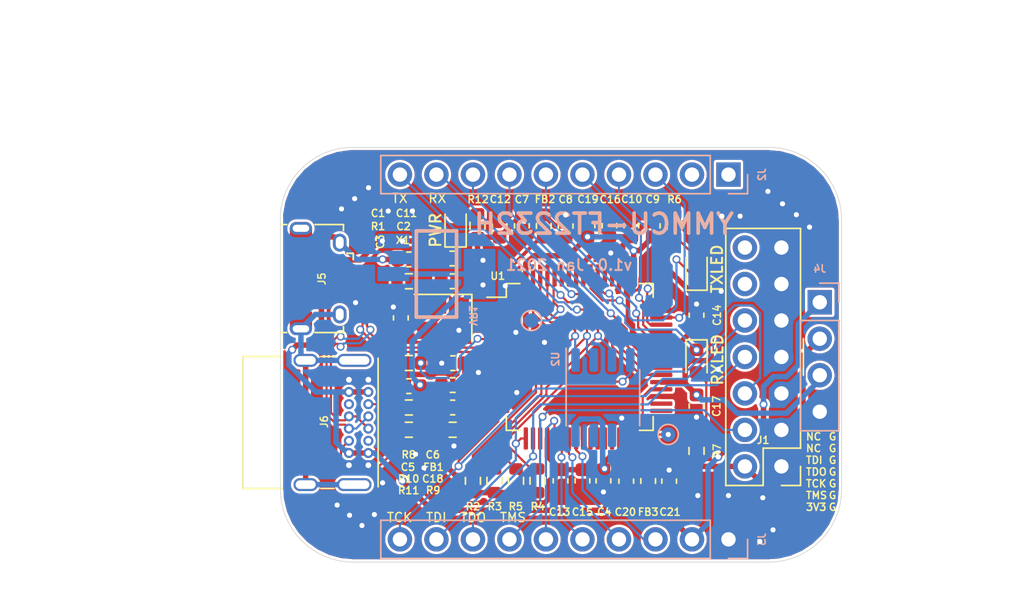
<source format=kicad_pcb>
(kicad_pcb (version 20171130) (host pcbnew 5.1.9)
  (layers (0 F.Cu signal) (31 B.Cu signal) (34 B.Paste user hide) (35 F.Paste user hide) (36 B.SilkS user) (37 F.SilkS user) (38 B.Mask user hide) (39 F.Mask user hide) (44 Edge.Cuts user))
  (net 0 "")
  (net 1 /GND)
  (net 2 /USBDP)
  (net 3 /USBDN)
  (net 4 /USB5V)
  (net 5 /AD7)
  (net 6 /AD6)
  (net 7 /AD5)
  (net 8 /AD4)
  (net 9 /BD2)
  (net 10 /BD3)
  (net 11 /BD4)
  (net 12 /BD5)
  (net 13 /BD6)
  (net 14 /BD7)
  (net 15 /5V0)
  (net 16 /3V3)
  (net 17 /AD0_TCK)
  (net 18 /AD1_TDI)
  (net 19 /AD2_TDO)
  (net 20 /AD3_TMS)
  (net 21 /BD1_RX)
  (net 22 /BD0_TX)
  (net 23 /XTAL_N)
  (net 24 /XTAL_P)
  (net 25 /EECS)
  (net 26 /EECLK)
  (net 27 /EEDATA)
  (net 28 "Net-(R4-Pad1)")
  (net 29 /nPWREN)
  (net 30 /nSUSP)
  (net 31 /VPLL)
  (net 32 /VPHY)
  (net 33 /1V8)
  (net 34 /BC4_TXLED)
  (net 35 /BC3_RXLED)
  (net 36 "Net-(R8-Pad2)")
  (net 37 "Net-(R9-Pad1)")
  (net 38 /USBSH)
  (net 39 /CC2)
  (net 40 /CC1)
  (net 41 "Net-(D1-Pad2)")
  (net 42 "Net-(D2-Pad2)")
  (net 43 "Net-(D3-Pad2)")
  (module Resistor_SMD:R_0603_1608Metric (layer F.Cu) (at 79.3628 58.2295 180)
    (fp_text reference R1 (at 2.1468 3.8227 180) (layer F.SilkS) (effects (font (size 0.508 0.508) (thickness 0.1016))))
    (fp_text value 0805_1MΩ__1004_1%)
    (pad 2 smd roundrect (at 0.825 0 180) (size 0.8 0.95) (layers F.Cu F.Paste F.Mask) (net 38 /USBSH))
    (pad 1 smd roundrect (at -0.825 0 180) (size 0.8 0.95) (layers F.Cu F.Paste F.Mask) (net 1 /GND))
  )
  (module Capacitor_SMD:C_0603_1608Metric (layer F.Cu) (at 79.362 56.7055)
    (fp_text reference C1 (at -2.146 -3.2131 180) (layer F.SilkS) (effects (font (size 0.508 0.508) (thickness 0.1016))))
    (fp_text value 0805_1nF__102_10%_50V)
    (pad 2 smd roundrect (at 0.775 0) (size 0.9 0.95) (layers F.Cu F.Paste F.Mask) (net 1 /GND))
    (pad 1 smd roundrect (at -0.775 0) (size 0.9 0.95) (layers F.Cu F.Paste F.Mask) (net 38 /USBSH))
  )
  (module Resistor_SMD:R_0603_1608Metric (layer F.Cu) (at 84.1375 54.3565 270)
    (fp_text reference R12 (at -1.8293 -0.0381) (layer F.SilkS) (effects (font (size 0.508 0.508) (thickness 0.1016))))
    (fp_text value 0805_330Ω__3300_1%)
    (pad 2 smd roundrect (at 0.825 0 270) (size 0.8 0.95) (layers F.Cu F.Paste F.Mask) (net 16 /3V3))
    (pad 1 smd roundrect (at -0.825 0 270) (size 0.8 0.95) (layers F.Cu F.Paste F.Mask) (net 43 "Net-(D3-Pad2)"))
  )
  (module Resistor_SMD:R_0603_1608Metric (layer F.Cu) (at 82.4108 68.5673 180)
    (fp_text reference R9 (at 1.3594 -4.2164 180) (layer F.SilkS) (effects (font (size 0.508 0.508) (thickness 0.1016))))
    (fp_text value 1206_1KΩ__1001_1%)
    (pad 2 smd roundrect (at 0.825 0 180) (size 0.8 0.95) (layers F.Cu F.Paste F.Mask) (net 16 /3V3))
    (pad 1 smd roundrect (at -0.825 0 180) (size 0.8 0.95) (layers F.Cu F.Paste F.Mask) (net 37 "Net-(R9-Pad1)"))
  )
  (module Resistor_SMD:R_0603_1608Metric (layer F.Cu) (at 79.3628 63.9191)
    (fp_text reference R8 (at -0.0132 6.3881 180) (layer F.SilkS) (effects (font (size 0.508 0.508) (thickness 0.1016))))
    (fp_text value 0805_12KΩ__1202_1%)
    (pad 2 smd roundrect (at 0.825 0) (size 0.8 0.95) (layers F.Cu F.Paste F.Mask) (net 36 "Net-(R8-Pad2)"))
    (pad 1 smd roundrect (at -0.825 0) (size 0.8 0.95) (layers F.Cu F.Paste F.Mask) (net 1 /GND))
  )
  (module Resistor_SMD:R_0603_1608Metric (layer F.Cu) (at 99.3775 70.04 270)
    (fp_text reference R7 (at 0 -1.43 90) (layer F.SilkS) (effects (font (size 0.508 0.508) (thickness 0.1016))))
    (fp_text value 0805_330Ω__3300_1%)
    (pad 2 smd roundrect (at 0.825 0 270) (size 0.8 0.95) (layers F.Cu F.Paste F.Mask) (net 16 /3V3))
    (pad 1 smd roundrect (at -0.825 0 270) (size 0.8 0.95) (layers F.Cu F.Paste F.Mask) (net 42 "Net-(D2-Pad2)"))
  )
  (module Resistor_SMD:R_0603_1608Metric (layer F.Cu) (at 97.8535 54.3555 90)
    (fp_text reference R6 (at 1.8283 -0.0127 180) (layer F.SilkS) (effects (font (size 0.508 0.508) (thickness 0.1016))))
    (fp_text value 0805_330Ω__3300_1%)
    (pad 2 smd roundrect (at 0.825 0 90) (size 0.8 0.95) (layers F.Cu F.Paste F.Mask) (net 16 /3V3))
    (pad 1 smd roundrect (at -0.825 0 90) (size 0.8 0.95) (layers F.Cu F.Paste F.Mask) (net 41 "Net-(D1-Pad2)"))
  )
  (module Resistor_SMD:R_0603_1608Metric (layer F.Cu) (at 86.8172 72.1228 90)
    (fp_text reference R5 (at -1.7912 -0.0127) (layer F.SilkS) (effects (font (size 0.508 0.508) (thickness 0.1016))))
    (fp_text value 1206_10KΩ__1002_1%)
    (pad 2 smd roundrect (at 0.825 0 90) (size 0.8 0.95) (layers F.Cu F.Paste F.Mask) (net 27 /EEDATA))
    (pad 1 smd roundrect (at -0.825 0 90) (size 0.8 0.95) (layers F.Cu F.Paste F.Mask) (net 16 /3V3))
  )
  (module Resistor_SMD:R_0603_1608Metric (layer F.Cu) (at 88.3158 72.1228 270)
    (fp_text reference R4 (at 1.7912 -0.0127) (layer F.SilkS) (effects (font (size 0.508 0.508) (thickness 0.1016))))
    (fp_text value 1206_2KΩ__2001_1%)
    (pad 2 smd roundrect (at 0.825 0 270) (size 0.8 0.95) (layers F.Cu F.Paste F.Mask) (net 27 /EEDATA))
    (pad 1 smd roundrect (at -0.825 0 270) (size 0.8 0.95) (layers F.Cu F.Paste F.Mask) (net 28 "Net-(R4-Pad1)"))
  )
  (module Resistor_SMD:R_0603_1608Metric (layer F.Cu) (at 85.3186 72.1228 90)
    (fp_text reference R3 (at -1.7912 0.0254) (layer F.SilkS) (effects (font (size 0.508 0.508) (thickness 0.1016))))
    (fp_text value 1206_10KΩ__1002_1%)
    (pad 2 smd roundrect (at 0.825 0 90) (size 0.8 0.95) (layers F.Cu F.Paste F.Mask) (net 26 /EECLK))
    (pad 1 smd roundrect (at -0.825 0 90) (size 0.8 0.95) (layers F.Cu F.Paste F.Mask) (net 16 /3V3))
  )
  (module Resistor_SMD:R_0603_1608Metric (layer F.Cu) (at 83.82 72.1238 90)
    (fp_text reference R2 (at -1.7902 0 180) (layer F.SilkS) (effects (font (size 0.508 0.508) (thickness 0.1016))))
    (fp_text value 1206_10KΩ__1002_1%)
    (pad 2 smd roundrect (at 0.825 0 90) (size 0.8 0.95) (layers F.Cu F.Paste F.Mask) (net 25 /EECS))
    (pad 1 smd roundrect (at -0.825 0 90) (size 0.8 0.95) (layers F.Cu F.Paste F.Mask) (net 16 /3V3))
  )
  (module Inductor_SMD:L_0603_1608Metric (layer F.Cu) (at 96.012 72.1359 270)
    (fp_text reference FB3 (at 2.1591 0) (layer F.SilkS) (effects (font (size 0.508 0.508) (thickness 0.1016))))
    (fp_text value FBEAD_SMD_BLM21PG221SN1D)
    (pad 2 smd roundrect (at 0.7875 0 270) (size 0.875 0.95) (layers F.Cu F.Paste F.Mask) (net 15 /5V0))
    (pad 1 smd roundrect (at -0.7875 0 270) (size 0.875 0.95) (layers F.Cu F.Paste F.Mask) (net 4 /USB5V))
  )
  (module Inductor_SMD:L_0603_1608Metric (layer F.Cu) (at 88.7476 54.3814 270)
    (fp_text reference FB2 (at -1.8669 -0.0889) (layer F.SilkS) (effects (font (size 0.508 0.508) (thickness 0.1016))))
    (fp_text value FBEAD_SMD_BLM21PG221SN1D)
    (pad 1 smd roundrect (at -0.7875 0 270) (size 0.875 0.95) (layers F.Cu F.Paste F.Mask) (net 16 /3V3))
    (pad 2 smd roundrect (at 0.7875 0 270) (size 0.875 0.95) (layers F.Cu F.Paste F.Mask) (net 32 /VPHY))
  )
  (module Inductor_SMD:L_0603_1608Metric (layer F.Cu) (at 82.4103 65.4558)
    (fp_text reference FB1 (at -1.3335 5.715) (layer F.SilkS) (effects (font (size 0.508 0.508) (thickness 0.1016))))
    (fp_text value FBEAD_SMD_BLM21PG221SN1D)
    (pad 2 smd roundrect (at 0.7875 0) (size 0.875 0.95) (layers F.Cu F.Paste F.Mask) (net 31 /VPLL))
    (pad 1 smd roundrect (at -0.7875 0) (size 0.875 0.95) (layers F.Cu F.Paste F.Mask) (net 16 /3V3))
  )
  (module Resistor_SMD:R_0603_1608Metric (layer F.Cu) (at 79.3628 68.5673)
    (fp_text reference R11 (at -0.0132 4.2291) (layer F.SilkS) (effects (font (size 0.508 0.508) (thickness 0.1016))))
    (fp_text value 0805_5.1KΩ__5101_1%)
    (pad 2 smd roundrect (at 0.825 0) (size 0.8 0.95) (layers F.Cu F.Paste F.Mask) (net 1 /GND))
    (pad 1 smd roundrect (at -0.825 0) (size 0.8 0.95) (layers F.Cu F.Paste F.Mask) (net 39 /CC2))
  )
  (module Resistor_SMD:R_0603_1608Metric (layer F.Cu) (at 79.3628 67.0179)
    (fp_text reference R10 (at -0.0132 4.9657) (layer F.SilkS) (effects (font (size 0.508 0.508) (thickness 0.1016))))
    (fp_text value 0805_5.1KΩ__5101_1%)
    (pad 2 smd roundrect (at 0.825 0) (size 0.8 0.95) (layers F.Cu F.Paste F.Mask) (net 1 /GND))
    (pad 1 smd roundrect (at -0.825 0) (size 0.8 0.95) (layers F.Cu F.Paste F.Mask) (net 40 /CC1))
  )
  (module LED_SMD:LED_0603_1608Metric (layer F.Cu) (at 82.6135 54.356 90)
    (fp_text reference D3 hide)
    (fp_text value PWR (at -0.3175 -1.397 90) (layer F.SilkS) (effects (font (size 0.762 0.762) (thickness 0.1397))))
    (pad 2 smd roundrect (at 0.7875 0 90) (size 0.875 0.95) (layers F.Cu F.Paste F.Mask) (net 43 "Net-(D3-Pad2)"))
    (pad 1 smd roundrect (at -0.7875 0 90) (size 0.875 0.95) (layers F.Cu F.Paste F.Mask) (net 1 /GND))
  )
  (module LED_SMD:LED_0603_1608Metric (layer F.Cu) (at 99.3775 63.792 270)
    (fp_text reference D2 hide)
    (fp_text value RXLED (at -0.1015 -1.4605 90) (layer F.SilkS) (effects (font (size 0.762 0.762) (thickness 0.1397))))
    (pad 2 smd roundrect (at 0.7875 0 270) (size 0.875 0.95) (layers F.Cu F.Paste F.Mask) (net 42 "Net-(D2-Pad2)"))
    (pad 1 smd roundrect (at -0.7875 0 270) (size 0.875 0.95) (layers F.Cu F.Paste F.Mask) (net 35 /BC3_RXLED))
  )
  (module LED_SMD:LED_0603_1608Metric (layer F.Cu) (at 99.3775 57.366 90)
    (fp_text reference D1 hide)
    (fp_text value TXLED (at 0 1.43 90) (layer F.SilkS) (effects (font (size 0.762 0.762) (thickness 0.1397))))
    (pad 2 smd roundrect (at 0.7875 0 90) (size 0.875 0.95) (layers F.Cu F.Paste F.Mask) (net 41 "Net-(D1-Pad2)"))
    (pad 1 smd roundrect (at -0.7875 0 90) (size 0.875 0.95) (layers F.Cu F.Paste F.Mask) (net 34 /BC4_TXLED))
  )
  (module Capacitor_SMD:C_0603_1608Metric (layer F.Cu) (at 96.3295 54.369 270)
    (fp_text reference C9 (at -1.8545 0 180) (layer F.SilkS) (effects (font (size 0.508 0.508) (thickness 0.1016))))
    (fp_text value 0805_3.3nF__332_10%_50V)
    (pad 2 smd roundrect (at 0.775 0 270) (size 0.9 0.95) (layers F.Cu F.Paste F.Mask) (net 33 /1V8))
    (pad 1 smd roundrect (at -0.775 0 270) (size 0.9 0.95) (layers F.Cu F.Paste F.Mask) (net 1 /GND))
  )
  (module Capacitor_SMD:C_0603_1608Metric (layer F.Cu) (at 78.8035 60.7825 90)
    (fp_text reference C3 (at 5.3089 -1.43 90) (layer F.SilkS) (effects (font (size 0.508 0.508) (thickness 0.1016))))
    (fp_text value 0805_27pF__270_5%_50V)
    (pad 2 smd roundrect (at 0.775 0 90) (size 0.9 0.95) (layers F.Cu F.Paste F.Mask) (net 1 /GND))
    (pad 1 smd roundrect (at -0.775 0 90) (size 0.9 0.95) (layers F.Cu F.Paste F.Mask) (net 24 /XTAL_P))
  )
  (module Capacitor_SMD:C_0603_1608Metric (layer F.Cu) (at 82.3849 58.2295)
    (fp_text reference C2 (at -3.3909 -3.8227) (layer F.SilkS) (effects (font (size 0.508 0.508) (thickness 0.1016))))
    (fp_text value 0805_27pF__270_5%_50V)
    (pad 2 smd roundrect (at 0.775 0) (size 0.9 0.95) (layers F.Cu F.Paste F.Mask) (net 1 /GND))
    (pad 1 smd roundrect (at -0.775 0) (size 0.9 0.95) (layers F.Cu F.Paste F.Mask) (net 23 /XTAL_N))
  )
  (module Capacitor_SMD:C_0603_1608Metric (layer F.Cu) (at 97.4725 72.1484 90)
    (fp_text reference C21 (at -2.1466 0.0635) (layer F.SilkS) (effects (font (size 0.508 0.508) (thickness 0.1016))))
    (fp_text value 1206_100nF__104_10%_50V)
    (pad 2 smd roundrect (at 0.775 0 90) (size 0.9 0.95) (layers F.Cu F.Paste F.Mask) (net 1 /GND))
    (pad 1 smd roundrect (at -0.775 0 90) (size 0.9 0.95) (layers F.Cu F.Paste F.Mask) (net 15 /5V0))
  )
  (module Capacitor_SMD:C_0603_1608Metric (layer F.Cu) (at 94.488 72.1484 270)
    (fp_text reference C20 (at 2.1466 0.0635) (layer F.SilkS) (effects (font (size 0.508 0.508) (thickness 0.1016))))
    (fp_text value 1206_100nF__104_10%_50V)
    (pad 2 smd roundrect (at 0.775 0 270) (size 0.9 0.95) (layers F.Cu F.Paste F.Mask) (net 1 /GND))
    (pad 1 smd roundrect (at -0.775 0 270) (size 0.9 0.95) (layers F.Cu F.Paste F.Mask) (net 4 /USB5V))
  )
  (module Capacitor_SMD:C_0603_1608Metric (layer F.Cu) (at 91.7956 54.356 270)
    (fp_text reference C19 (at -1.8415 -0.0254 180) (layer F.SilkS) (effects (font (size 0.508 0.508) (thickness 0.1016))))
    (fp_text value 1206_100nF__104_10%_50V)
    (pad 1 smd roundrect (at -0.775 0 270) (size 0.9 0.95) (layers F.Cu F.Paste F.Mask) (net 1 /GND))
    (pad 2 smd roundrect (at 0.775 0 270) (size 0.9 0.95) (layers F.Cu F.Paste F.Mask) (net 33 /1V8))
  )
  (module Capacitor_SMD:C_0603_1608Metric (layer F.Cu) (at 82.41 67.0179)
    (fp_text reference C18 (at -1.384 4.9657) (layer F.SilkS) (effects (font (size 0.508 0.508) (thickness 0.1016))))
    (fp_text value 1206_100nF__104_10%_50V)
    (pad 2 smd roundrect (at 0.775 0) (size 0.9 0.95) (layers F.Cu F.Paste F.Mask) (net 33 /1V8))
    (pad 1 smd roundrect (at -0.775 0) (size 0.9 0.95) (layers F.Cu F.Paste F.Mask) (net 1 /GND))
  )
  (module Capacitor_SMD:C_0603_1608Metric (layer F.Cu) (at 99.3775 66.916 90)
    (fp_text reference C17 (at -0.013 1.397 90) (layer F.SilkS) (effects (font (size 0.508 0.508) (thickness 0.1016))))
    (fp_text value 1206_100nF__104_10%_50V)
    (pad 2 smd roundrect (at 0.775 0 90) (size 0.9 0.95) (layers F.Cu F.Paste F.Mask) (net 33 /1V8))
    (pad 1 smd roundrect (at -0.775 0 90) (size 0.9 0.95) (layers F.Cu F.Paste F.Mask) (net 1 /GND))
  )
  (module Capacitor_SMD:C_0603_1608Metric (layer F.Cu) (at 93.3196 54.356 270)
    (fp_text reference C16 (at -1.8288 -0.0508) (layer F.SilkS) (effects (font (size 0.508 0.508) (thickness 0.1016))))
    (fp_text value 1206_100nF__104_10%_50V)
    (pad 1 smd roundrect (at -0.775 0 270) (size 0.9 0.95) (layers F.Cu F.Paste F.Mask) (net 1 /GND))
    (pad 2 smd roundrect (at 0.775 0 270) (size 0.9 0.95) (layers F.Cu F.Paste F.Mask) (net 16 /3V3))
  )
  (module Capacitor_SMD:C_0603_1608Metric (layer F.Cu) (at 91.44 72.123 90)
    (fp_text reference C15 (at -2.172 0 180) (layer F.SilkS) (effects (font (size 0.508 0.508) (thickness 0.1016))))
    (fp_text value 1206_100nF__104_10%_50V)
    (pad 2 smd roundrect (at 0.775 0 90) (size 0.9 0.95) (layers F.Cu F.Paste F.Mask) (net 16 /3V3))
    (pad 1 smd roundrect (at -0.775 0 90) (size 0.9 0.95) (layers F.Cu F.Paste F.Mask) (net 1 /GND))
  )
  (module Capacitor_SMD:C_0603_1608Metric (layer F.Cu) (at 99.3775 60.592 270)
    (fp_text reference C14 (at 0 -1.43 90) (layer F.SilkS) (effects (font (size 0.508 0.508) (thickness 0.1016))))
    (fp_text value 1206_100nF__104_10%_50V)
    (pad 2 smd roundrect (at 0.775 0 270) (size 0.9 0.95) (layers F.Cu F.Paste F.Mask) (net 16 /3V3))
    (pad 1 smd roundrect (at -0.775 0 270) (size 0.9 0.95) (layers F.Cu F.Paste F.Mask) (net 1 /GND))
  )
  (module Capacitor_SMD:C_0603_1608Metric (layer F.Cu) (at 89.916 72.123 90)
    (fp_text reference C13 (at -2.172 -0.0635 180) (layer F.SilkS) (effects (font (size 0.508 0.508) (thickness 0.1016))))
    (fp_text value 1206_100nF__104_10%_50V)
    (pad 2 smd roundrect (at 0.775 0 90) (size 0.9 0.95) (layers F.Cu F.Paste F.Mask) (net 16 /3V3))
    (pad 1 smd roundrect (at -0.775 0 90) (size 0.9 0.95) (layers F.Cu F.Paste F.Mask) (net 1 /GND))
  )
  (module Capacitor_SMD:C_0603_1608Metric (layer F.Cu) (at 85.6742 54.3814 270)
    (fp_text reference C12 (at -1.8669 -0.0508 180) (layer F.SilkS) (effects (font (size 0.508 0.508) (thickness 0.1016))))
    (fp_text value 1206_100nF__104_10%_50V)
    (pad 1 smd roundrect (at -0.775 0 270) (size 0.9 0.95) (layers F.Cu F.Paste F.Mask) (net 1 /GND))
    (pad 2 smd roundrect (at 0.775 0 270) (size 0.9 0.95) (layers F.Cu F.Paste F.Mask) (net 16 /3V3))
  )
  (module Capacitor_SMD:C_0603_1608Metric (layer F.Cu) (at 82.3719 56.642 180)
    (fp_text reference C11 (at 3.1747 3.1496) (layer F.SilkS) (effects (font (size 0.508 0.508) (thickness 0.1016))))
    (fp_text value 1206_100nF__104_10%_50V)
    (pad 2 smd roundrect (at 0.775 0 180) (size 0.9 0.95) (layers F.Cu F.Paste F.Mask) (net 4 /USB5V))
    (pad 1 smd roundrect (at -0.775 0 180) (size 0.9 0.95) (layers F.Cu F.Paste F.Mask) (net 1 /GND))
  )
  (module Capacitor_SMD:C_0603_1608Metric (layer F.Cu) (at 94.8436 54.356 270)
    (fp_text reference C10 (at -1.8415 -0.0254) (layer F.SilkS) (effects (font (size 0.508 0.508) (thickness 0.1016))))
    (fp_text value 1206_100nF__104_10%_50V)
    (pad 1 smd roundrect (at -0.775 0 270) (size 0.9 0.95) (layers F.Cu F.Paste F.Mask) (net 1 /GND))
    (pad 2 smd roundrect (at 0.775 0 270) (size 0.9 0.95) (layers F.Cu F.Paste F.Mask) (net 16 /3V3))
  )
  (module Capacitor_SMD:C_0603_1608Metric (layer F.Cu) (at 90.2716 54.3814 90)
    (fp_text reference C8 (at 1.8542 0) (layer F.SilkS) (effects (font (size 0.508 0.508) (thickness 0.1016))))
    (fp_text value 1206_100nF__104_10%_50V)
    (pad 1 smd roundrect (at -0.775 0 90) (size 0.9 0.95) (layers F.Cu F.Paste F.Mask) (net 32 /VPHY))
    (pad 2 smd roundrect (at 0.775 0 90) (size 0.9 0.95) (layers F.Cu F.Paste F.Mask) (net 1 /GND))
  )
  (module Capacitor_SMD:C_0603_1608Metric (layer F.Cu) (at 87.2236 54.3684 270)
    (fp_text reference C7 (at -1.8412 0) (layer F.SilkS) (effects (font (size 0.508 0.508) (thickness 0.1016))))
    (fp_text value 1206_100nF__104_10%_50V)
    (pad 1 smd roundrect (at -0.775 0 270) (size 0.9 0.95) (layers F.Cu F.Paste F.Mask) (net 16 /3V3))
    (pad 2 smd roundrect (at 0.775 0 270) (size 0.9 0.95) (layers F.Cu F.Paste F.Mask) (net 1 /GND))
  )
  (module Capacitor_SMD:C_0603_1608Metric (layer F.Cu) (at 82.4233 63.9318 180)
    (fp_text reference C6 (at 1.3973 -6.3754) (layer F.SilkS) (effects (font (size 0.508 0.508) (thickness 0.1016))))
    (fp_text value 1206_100nF__104_10%_50V)
    (pad 2 smd roundrect (at 0.775 0 180) (size 0.9 0.95) (layers F.Cu F.Paste F.Mask) (net 1 /GND))
    (pad 1 smd roundrect (at -0.775 0 180) (size 0.9 0.95) (layers F.Cu F.Paste F.Mask) (net 31 /VPLL))
  )
  (module Capacitor_SMD:C_0603_1608Metric (layer F.Cu) (at 79.3626 65.532 180)
    (fp_text reference C5 (at 0.0638 -5.6388) (layer F.SilkS) (effects (font (size 0.508 0.508) (thickness 0.1016))))
    (fp_text value 1206_100nF__104_10%_50V)
    (pad 2 smd roundrect (at 0.775 0 180) (size 0.9 0.95) (layers F.Cu F.Paste F.Mask) (net 1 /GND))
    (pad 1 smd roundrect (at -0.775 0 180) (size 0.9 0.95) (layers F.Cu F.Paste F.Mask) (net 16 /3V3))
  )
  (module Capacitor_SMD:C_0603_1608Metric (layer F.Cu) (at 92.9005 72.123 270)
    (fp_text reference C4 (at 2.172 -0.0635) (layer F.SilkS) (effects (font (size 0.508 0.508) (thickness 0.1016))))
    (fp_text value 1206_100nF__104_10%_50V)
    (pad 2 smd roundrect (at 0.775 0 270) (size 0.9 0.95) (layers F.Cu F.Paste F.Mask) (net 1 /GND))
    (pad 1 smd roundrect (at -0.775 0 270) (size 0.9 0.95) (layers F.Cu F.Paste F.Mask) (net 16 /3V3))
  )
  (module TestPoint:TestPoint_Pad_D1.0mm (layer B.Cu) (at 87.884 60.96)
    (fp_text reference TP_NWREN1 hide)
    (fp_text value TESTPOINT_SMD_C1)
    (pad 1 smd circle (at 0 0) (size 1 1) (layers B.Cu B.Mask) (net 29 /nPWREN))
  )
  (module TestPoint:TestPoint_Pad_D1.0mm (layer B.Cu) (at 97.409 68.8975)
    (fp_text reference TP_NSUSP1 hide)
    (fp_text value TESTPOINT_SMD_C1)
    (pad 1 smd circle (at 0 0) (size 1 1) (layers B.Cu B.Mask) (net 30 /nSUSP))
  )
  (module Connector_PinHeader_2.54mm:PinHeader_2x07_P2.54mm_Vertical (layer F.Cu) (at 105.283 71.12 180)
    (fp_text reference J1 (at 1.27 1.8288) (layer F.SilkS) (effects (font (size 0.508 0.508) (thickness 0.1016))))
    (fp_text value "2x7 JTAG")
    (pad 1 thru_hole rect (at 0 0 180) (size 1.7 1.7) (drill 1) (layers *.Cu *.Mask) (net 1 /GND))
    (pad 2 thru_hole oval (at 2.54 0 180) (size 1.7 1.7) (drill 1) (layers *.Cu *.Mask) (net 16 /3V3))
    (pad 3 thru_hole oval (at 0 2.54 180) (size 1.7 1.7) (drill 1) (layers *.Cu *.Mask) (net 1 /GND))
    (pad 4 thru_hole oval (at 2.54 2.54 180) (size 1.7 1.7) (drill 1) (layers *.Cu *.Mask) (net 20 /AD3_TMS))
    (pad 5 thru_hole oval (at 0 5.08 180) (size 1.7 1.7) (drill 1) (layers *.Cu *.Mask) (net 1 /GND))
    (pad 6 thru_hole oval (at 2.54 5.08 180) (size 1.7 1.7) (drill 1) (layers *.Cu *.Mask) (net 17 /AD0_TCK))
    (pad 7 thru_hole oval (at 0 7.62 180) (size 1.7 1.7) (drill 1) (layers *.Cu *.Mask) (net 1 /GND))
    (pad 8 thru_hole oval (at 2.54 7.62 180) (size 1.7 1.7) (drill 1) (layers *.Cu *.Mask) (net 19 /AD2_TDO))
    (pad 9 thru_hole oval (at 0 10.16 180) (size 1.7 1.7) (drill 1) (layers *.Cu *.Mask) (net 1 /GND))
    (pad 10 thru_hole oval (at 2.54 10.16 180) (size 1.7 1.7) (drill 1) (layers *.Cu *.Mask) (net 18 /AD1_TDI))
    (pad 11 thru_hole oval (at 0 12.7 180) (size 1.7 1.7) (drill 1) (layers *.Cu *.Mask) (net 1 /GND))
    (pad 12 thru_hole oval (at 2.54 12.7 180) (size 1.7 1.7) (drill 1) (layers *.Cu *.Mask))
    (pad 13 thru_hole oval (at 0 15.24 180) (size 1.7 1.7) (drill 1) (layers *.Cu *.Mask) (net 1 /GND))
    (pad 14 thru_hole oval (at 2.54 15.24 180) (size 1.7 1.7) (drill 1) (layers *.Cu *.Mask))
  )
  (module Connector_PinHeader_2.54mm:PinHeader_1x04_P2.54mm_Vertical (layer B.Cu) (at 107.95 59.69 180)
    (fp_text reference J4 (at 0 2.33) (layer B.SilkS) (effects (font (size 0.508 0.508) (thickness 0.1143)) (justify mirror)))
    (fp_text value PWR)
    (pad 4 thru_hole oval (at 0 -7.62 180) (size 1.7 1.7) (drill 1) (layers *.Cu *.Mask) (net 1 /GND))
    (pad 3 thru_hole oval (at 0 -5.08 180) (size 1.7 1.7) (drill 1) (layers *.Cu *.Mask) (net 33 /1V8))
    (pad 2 thru_hole oval (at 0 -2.54 180) (size 1.7 1.7) (drill 1) (layers *.Cu *.Mask) (net 16 /3V3))
    (pad 1 thru_hole rect (at 0 0 180) (size 1.7 1.7) (drill 1) (layers *.Cu *.Mask) (net 15 /5V0))
  )
  (module Connector_PinHeader_2.54mm:PinHeader_1x10_P2.54mm_Vertical (layer B.Cu) (at 101.6 76.2 90)
    (fp_text reference J3 (at 0 2.33 -90) (layer B.SilkS) (effects (font (size 0.508 0.508) (thickness 0.1143)) (justify mirror)))
    (fp_text value JTAG)
    (pad 10 thru_hole oval (at 0 -22.86 90) (size 1.7 1.7) (drill 1) (layers *.Cu *.Mask) (net 17 /AD0_TCK))
    (pad 9 thru_hole oval (at 0 -20.32 90) (size 1.7 1.7) (drill 1) (layers *.Cu *.Mask) (net 18 /AD1_TDI))
    (pad 8 thru_hole oval (at 0 -17.78 90) (size 1.7 1.7) (drill 1) (layers *.Cu *.Mask) (net 19 /AD2_TDO))
    (pad 7 thru_hole oval (at 0 -15.24 90) (size 1.7 1.7) (drill 1) (layers *.Cu *.Mask) (net 20 /AD3_TMS))
    (pad 6 thru_hole oval (at 0 -12.7 90) (size 1.7 1.7) (drill 1) (layers *.Cu *.Mask) (net 8 /AD4))
    (pad 5 thru_hole oval (at 0 -10.16 90) (size 1.7 1.7) (drill 1) (layers *.Cu *.Mask) (net 7 /AD5))
    (pad 4 thru_hole oval (at 0 -7.62 90) (size 1.7 1.7) (drill 1) (layers *.Cu *.Mask) (net 6 /AD6))
    (pad 3 thru_hole oval (at 0 -5.08 90) (size 1.7 1.7) (drill 1) (layers *.Cu *.Mask) (net 5 /AD7))
    (pad 2 thru_hole oval (at 0 -2.54 90) (size 1.7 1.7) (drill 1) (layers *.Cu *.Mask) (net 15 /5V0))
    (pad 1 thru_hole rect (at 0 0 90) (size 1.7 1.7) (drill 1) (layers *.Cu *.Mask) (net 1 /GND))
  )
  (module Connector_PinHeader_2.54mm:PinHeader_1x10_P2.54mm_Vertical (layer B.Cu) (at 101.6 50.8 90)
    (fp_text reference J2 (at 0 2.33 -90) (layer B.SilkS) (effects (font (size 0.508 0.508) (thickness 0.1143)) (justify mirror)))
    (fp_text value UART)
    (pad 10 thru_hole oval (at 0 -22.86 90) (size 1.7 1.7) (drill 1) (layers *.Cu *.Mask) (net 22 /BD0_TX))
    (pad 9 thru_hole oval (at 0 -20.32 90) (size 1.7 1.7) (drill 1) (layers *.Cu *.Mask) (net 21 /BD1_RX))
    (pad 8 thru_hole oval (at 0 -17.78 90) (size 1.7 1.7) (drill 1) (layers *.Cu *.Mask) (net 9 /BD2))
    (pad 7 thru_hole oval (at 0 -15.24 90) (size 1.7 1.7) (drill 1) (layers *.Cu *.Mask) (net 10 /BD3))
    (pad 6 thru_hole oval (at 0 -12.7 90) (size 1.7 1.7) (drill 1) (layers *.Cu *.Mask) (net 11 /BD4))
    (pad 5 thru_hole oval (at 0 -10.16 90) (size 1.7 1.7) (drill 1) (layers *.Cu *.Mask) (net 12 /BD5))
    (pad 4 thru_hole oval (at 0 -7.62 90) (size 1.7 1.7) (drill 1) (layers *.Cu *.Mask) (net 13 /BD6))
    (pad 3 thru_hole oval (at 0 -5.08 90) (size 1.7 1.7) (drill 1) (layers *.Cu *.Mask) (net 14 /BD7))
    (pad 2 thru_hole oval (at 0 -2.54 90) (size 1.7 1.7) (drill 1) (layers *.Cu *.Mask))
    (pad 1 thru_hole rect (at 0 0 90) (size 1.7 1.7) (drill 1) (layers *.Cu *.Mask))
  )
  (module Connector_USB:USB_C_Receptacle_GCT_USB4085 (layer F.Cu) (at 76.5429 65.0875 270)
    (fp_text reference J6 (at 2.921 3.0734 90) (layer F.SilkS) (effects (font (size 0.508 0.508) (thickness 0.1016))))
    (fp_text value USB_C_Receptacle_USB2.0)
    (pad S1 thru_hole oval (at 7.3 4.36 270) (size 0.9 1.7) (drill oval 0.6 1.4) (layers *.Cu *.Mask) (net 38 /USBSH))
    (pad S1 thru_hole oval (at -1.35 4.36 270) (size 0.9 1.7) (drill oval 0.6 1.4) (layers *.Cu *.Mask) (net 38 /USBSH))
    (pad S1 thru_hole oval (at 7.3 0.98 270) (size 0.9 2.4) (drill oval 0.6 2.1) (layers *.Cu *.Mask) (net 38 /USBSH))
    (pad S1 thru_hole oval (at -1.35 0.98 270) (size 0.9 2.4) (drill oval 0.6 2.1) (layers *.Cu *.Mask) (net 38 /USBSH))
    (pad B6 thru_hole circle (at 3.4 1.35 270) (size 0.7 0.7) (drill 0.4) (layers *.Cu *.Mask) (net 2 /USBDP))
    (pad B1 thru_hole circle (at 5.95 1.35 270) (size 0.7 0.7) (drill 0.4) (layers *.Cu *.Mask) (net 1 /GND))
    (pad B4 thru_hole circle (at 5.1 1.35 270) (size 0.7 0.7) (drill 0.4) (layers *.Cu *.Mask) (net 4 /USB5V))
    (pad B5 thru_hole circle (at 4.25 1.35 270) (size 0.7 0.7) (drill 0.4) (layers *.Cu *.Mask) (net 39 /CC2))
    (pad B12 thru_hole circle (at 0 1.35 270) (size 0.7 0.7) (drill 0.4) (layers *.Cu *.Mask) (net 1 /GND))
    (pad B8 thru_hole circle (at 1.7 1.35 270) (size 0.7 0.7) (drill 0.4) (layers *.Cu *.Mask))
    (pad B7 thru_hole circle (at 2.55 1.35 270) (size 0.7 0.7) (drill 0.4) (layers *.Cu *.Mask) (net 3 /USBDN))
    (pad B9 thru_hole circle (at 0.85 1.35 270) (size 0.7 0.7) (drill 0.4) (layers *.Cu *.Mask) (net 4 /USB5V))
    (pad A12 thru_hole circle (at 5.95 0 270) (size 0.7 0.7) (drill 0.4) (layers *.Cu *.Mask) (net 1 /GND))
    (pad A9 thru_hole circle (at 5.1 0 270) (size 0.7 0.7) (drill 0.4) (layers *.Cu *.Mask) (net 4 /USB5V))
    (pad A8 thru_hole circle (at 4.25 0 270) (size 0.7 0.7) (drill 0.4) (layers *.Cu *.Mask))
    (pad A7 thru_hole circle (at 3.4 0 270) (size 0.7 0.7) (drill 0.4) (layers *.Cu *.Mask) (net 3 /USBDN))
    (pad A6 thru_hole circle (at 2.55 0 270) (size 0.7 0.7) (drill 0.4) (layers *.Cu *.Mask) (net 2 /USBDP))
    (pad A5 thru_hole circle (at 1.7 0 270) (size 0.7 0.7) (drill 0.4) (layers *.Cu *.Mask) (net 40 /CC1))
    (pad A4 thru_hole circle (at 0.85 0 270) (size 0.7 0.7) (drill 0.4) (layers *.Cu *.Mask) (net 4 /USB5V))
    (pad A1 thru_hole circle (at 0 0 270) (size 0.7 0.7) (drill 0.4) (layers *.Cu *.Mask) (net 1 /GND))
  )
  (module Connector_USB:USB_Micro-B_Amphenol_10118194_Horizontal (layer F.Cu) (at 73.152 58.039 270)
    (fp_text reference J5 (at 0.0254 -0.1524 90) (layer F.SilkS) (effects (font (size 0.508 0.508) (thickness 0.1016))))
    (fp_text value USB_B_Micro)
    (pad 1 smd rect (at -1.3 -1.4 270) (size 0.4 1.35) (layers F.Cu F.Paste F.Mask) (net 4 /USB5V))
    (pad 2 smd rect (at -0.65 -1.4 270) (size 0.4 1.35) (layers F.Cu F.Paste F.Mask) (net 3 /USBDN))
    (pad 3 smd rect (at 0 -1.4 270) (size 0.4 1.35) (layers F.Cu F.Paste F.Mask) (net 2 /USBDP))
    (pad 4 smd rect (at 0.65 -1.4 270) (size 0.4 1.35) (layers F.Cu F.Paste F.Mask))
    (pad 5 smd rect (at 1.3 -1.4 270) (size 0.4 1.35) (layers F.Cu F.Paste F.Mask) (net 1 /GND))
    (pad 6 thru_hole oval (at -2.5 -1.4 270) (size 1.25 0.95) (drill oval 0.85 0.55) (layers *.Cu *.Mask) (net 38 /USBSH))
    (pad 6 thru_hole oval (at 2.5 -1.4 270) (size 1.25 0.95) (drill oval 0.85 0.55) (layers *.Cu *.Mask) (net 38 /USBSH))
    (pad 6 smd rect (at -1 1.3 270) (size 1.5 1.55) (layers F.Cu F.Paste F.Mask) (net 38 /USBSH))
    (pad 6 smd rect (at 1 1.3 270) (size 1.5 1.55) (layers F.Cu F.Paste F.Mask) (net 38 /USBSH))
    (pad 6 smd rect (at -2.9 1.3 270) (size 1.2 1.55) (layers F.Cu F.Paste F.Mask) (net 38 /USBSH))
    (pad 6 smd rect (at 2.9 1.3 270) (size 1.2 1.55) (layers F.Cu F.Paste F.Mask) (net 38 /USBSH))
    (pad 6 thru_hole oval (at -3.5 1.3 270) (size 0.89 1.55) (drill oval 0.5 1.15) (layers *.Cu *.Mask) (net 38 /USBSH))
    (pad 6 thru_hole oval (at 3.5 1.3 270) (size 0.89 1.55) (drill oval 0.5 1.15) (layers *.Cu *.Mask) (net 38 /USBSH))
  )
  (module lc_lib:SOT-223 (layer B.Cu) (at 81.28 57.7215 180)
    (fp_text reference VR1 (at -2.54 -2.8829 270 unlocked) (layer B.SilkS) (effects (font (size 0.508 0.508) (thickness 0.1143)) (justify mirror)))
    (fp_text value SOT-223_AMS1117-3.3)
    (pad 3 smd rect (at 3 2.3 270) (size 1 2.2) (layers B.Cu B.Paste B.Mask) (net 4 /USB5V))
    (pad 2 smd rect (at -3 0 270) (size 3.5 2.2) (layers B.Cu B.Paste B.Mask) (net 16 /3V3))
    (pad 2 smd rect (at 3 0 270) (size 1 2.2) (layers B.Cu B.Paste B.Mask) (net 16 /3V3))
    (pad 1 smd rect (at 3 -2.3 270) (size 1 2.2) (layers B.Cu B.Paste B.Mask) (net 1 /GND))
  )
  (module Crystal:Crystal_SMD_3225-4Pin_3.2x2.5mm (layer F.Cu) (at 81.745 60.794 180)
    (fp_text reference X1 (at 2.8018 5.422) (layer F.SilkS) (effects (font (size 0.508 0.508) (thickness 0.1016))))
    (fp_text value XTL_4_12MHz_3225)
    (pad 4 smd rect (at -1.1 -0.85 180) (size 1.4 1.2) (layers F.Cu F.Paste F.Mask) (net 1 /GND))
    (pad 3 smd rect (at 1.1 -0.85 180) (size 1.4 1.2) (layers F.Cu F.Paste F.Mask) (net 24 /XTAL_P))
    (pad 2 smd rect (at 1.1 0.85 180) (size 1.4 1.2) (layers F.Cu F.Paste F.Mask) (net 1 /GND))
    (pad 1 smd rect (at -1.1 0.85 180) (size 1.4 1.2) (layers F.Cu F.Paste F.Mask) (net 23 /XTAL_N))
  )
  (module Package_SO:SOP-8_3.9x4.9mm_P1.27mm (layer B.Cu) (at 92.8624 66.336 270)
    (fp_text reference U2 (at -2.6836 3.302 90) (layer B.SilkS) (effects (font (size 0.508 0.508) (thickness 0.1143)) (justify mirror)))
    (fp_text value 93LC56BISN)
    (pad 1 smd roundrect (at -2.625 1.905 270) (size 1.65 0.6) (layers B.Cu B.Paste B.Mask) (net 25 /EECS))
    (pad 2 smd roundrect (at -2.625 0.635 270) (size 1.65 0.6) (layers B.Cu B.Paste B.Mask) (net 26 /EECLK))
    (pad 3 smd roundrect (at -2.625 -0.635 270) (size 1.65 0.6) (layers B.Cu B.Paste B.Mask) (net 27 /EEDATA))
    (pad 4 smd roundrect (at -2.625 -1.905 270) (size 1.65 0.6) (layers B.Cu B.Paste B.Mask) (net 28 "Net-(R4-Pad1)"))
    (pad 5 smd roundrect (at 2.625 -1.905 270) (size 1.65 0.6) (layers B.Cu B.Paste B.Mask) (net 1 /GND))
    (pad 6 smd roundrect (at 2.625 -0.635 270) (size 1.65 0.6) (layers B.Cu B.Paste B.Mask))
    (pad 7 smd roundrect (at 2.625 0.635 270) (size 1.65 0.6) (layers B.Cu B.Paste B.Mask))
    (pad 8 smd roundrect (at 2.625 1.905 270) (size 1.65 0.6) (layers B.Cu B.Paste B.Mask) (net 16 /3V3))
  )
  (module Package_QFP:LQFP-64_10x10mm_P0.5mm (layer F.Cu) (at 91.2495 63.5)
    (fp_text reference U1 (at -5.7023 -5.6388 180) (layer F.SilkS) (effects (font (size 0.508 0.508) (thickness 0.1016))))
    (fp_text value FT2232HL)
    (pad 64 smd roundrect (at -3.75 -5.675) (size 0.3 1.55) (layers F.Cu F.Paste F.Mask) (net 33 /1V8))
    (pad 63 smd roundrect (at -3.25 -5.675) (size 0.3 1.55) (layers F.Cu F.Paste F.Mask) (net 25 /EECS))
    (pad 62 smd roundrect (at -2.75 -5.675) (size 0.3 1.55) (layers F.Cu F.Paste F.Mask) (net 26 /EECLK))
    (pad 61 smd roundrect (at -2.25 -5.675) (size 0.3 1.55) (layers F.Cu F.Paste F.Mask) (net 27 /EEDATA))
    (pad 60 smd roundrect (at -1.75 -5.675) (size 0.3 1.55) (layers F.Cu F.Paste F.Mask) (net 29 /nPWREN))
    (pad 59 smd roundrect (at -1.25 -5.675) (size 0.3 1.55) (layers F.Cu F.Paste F.Mask))
    (pad 58 smd roundrect (at -0.75 -5.675) (size 0.3 1.55) (layers F.Cu F.Paste F.Mask))
    (pad 57 smd roundrect (at -0.25 -5.675) (size 0.3 1.55) (layers F.Cu F.Paste F.Mask))
    (pad 56 smd roundrect (at 0.25 -5.675) (size 0.3 1.55) (layers F.Cu F.Paste F.Mask) (net 16 /3V3))
    (pad 55 smd roundrect (at 0.75 -5.675) (size 0.3 1.55) (layers F.Cu F.Paste F.Mask) (net 34 /BC4_TXLED))
    (pad 54 smd roundrect (at 1.25 -5.675) (size 0.3 1.55) (layers F.Cu F.Paste F.Mask) (net 35 /BC3_RXLED))
    (pad 53 smd roundrect (at 1.75 -5.675) (size 0.3 1.55) (layers F.Cu F.Paste F.Mask))
    (pad 52 smd roundrect (at 2.25 -5.675) (size 0.3 1.55) (layers F.Cu F.Paste F.Mask))
    (pad 51 smd roundrect (at 2.75 -5.675) (size 0.3 1.55) (layers F.Cu F.Paste F.Mask) (net 1 /GND))
    (pad 50 smd roundrect (at 3.25 -5.675) (size 0.3 1.55) (layers F.Cu F.Paste F.Mask) (net 16 /3V3))
    (pad 49 smd roundrect (at 3.75 -5.675) (size 0.3 1.55) (layers F.Cu F.Paste F.Mask) (net 33 /1V8))
    (pad 48 smd roundrect (at 5.675 -3.75) (size 1.55 0.3) (layers F.Cu F.Paste F.Mask))
    (pad 47 smd roundrect (at 5.675 -3.25) (size 1.55 0.3) (layers F.Cu F.Paste F.Mask) (net 1 /GND))
    (pad 46 smd roundrect (at 5.675 -2.75) (size 1.55 0.3) (layers F.Cu F.Paste F.Mask) (net 14 /BD7))
    (pad 45 smd roundrect (at 5.675 -2.25) (size 1.55 0.3) (layers F.Cu F.Paste F.Mask) (net 13 /BD6))
    (pad 44 smd roundrect (at 5.675 -1.75) (size 1.55 0.3) (layers F.Cu F.Paste F.Mask) (net 12 /BD5))
    (pad 43 smd roundrect (at 5.675 -1.25) (size 1.55 0.3) (layers F.Cu F.Paste F.Mask) (net 11 /BD4))
    (pad 42 smd roundrect (at 5.675 -0.75) (size 1.55 0.3) (layers F.Cu F.Paste F.Mask) (net 16 /3V3))
    (pad 41 smd roundrect (at 5.675 -0.25) (size 1.55 0.3) (layers F.Cu F.Paste F.Mask) (net 10 /BD3))
    (pad 40 smd roundrect (at 5.675 0.25) (size 1.55 0.3) (layers F.Cu F.Paste F.Mask) (net 9 /BD2))
    (pad 39 smd roundrect (at 5.675 0.75) (size 1.55 0.3) (layers F.Cu F.Paste F.Mask) (net 21 /BD1_RX))
    (pad 38 smd roundrect (at 5.675 1.25) (size 1.55 0.3) (layers F.Cu F.Paste F.Mask) (net 22 /BD0_TX))
    (pad 37 smd roundrect (at 5.675 1.75) (size 1.55 0.3) (layers F.Cu F.Paste F.Mask) (net 33 /1V8))
    (pad 36 smd roundrect (at 5.675 2.25) (size 1.55 0.3) (layers F.Cu F.Paste F.Mask) (net 30 /nSUSP))
    (pad 35 smd roundrect (at 5.675 2.75) (size 1.55 0.3) (layers F.Cu F.Paste F.Mask) (net 1 /GND))
    (pad 34 smd roundrect (at 5.675 3.25) (size 1.55 0.3) (layers F.Cu F.Paste F.Mask))
    (pad 33 smd roundrect (at 5.675 3.75) (size 1.55 0.3) (layers F.Cu F.Paste F.Mask))
    (pad 32 smd roundrect (at 3.75 5.675) (size 0.3 1.55) (layers F.Cu F.Paste F.Mask))
    (pad 31 smd roundrect (at 3.25 5.675) (size 0.3 1.55) (layers F.Cu F.Paste F.Mask) (net 16 /3V3))
    (pad 30 smd roundrect (at 2.75 5.675) (size 0.3 1.55) (layers F.Cu F.Paste F.Mask))
    (pad 29 smd roundrect (at 2.25 5.675) (size 0.3 1.55) (layers F.Cu F.Paste F.Mask))
    (pad 28 smd roundrect (at 1.75 5.675) (size 0.3 1.55) (layers F.Cu F.Paste F.Mask))
    (pad 27 smd roundrect (at 1.25 5.675) (size 0.3 1.55) (layers F.Cu F.Paste F.Mask))
    (pad 26 smd roundrect (at 0.75 5.675) (size 0.3 1.55) (layers F.Cu F.Paste F.Mask))
    (pad 25 smd roundrect (at 0.25 5.675) (size 0.3 1.55) (layers F.Cu F.Paste F.Mask) (net 1 /GND))
    (pad 24 smd roundrect (at -0.25 5.675) (size 0.3 1.55) (layers F.Cu F.Paste F.Mask) (net 5 /AD7))
    (pad 23 smd roundrect (at -0.75 5.675) (size 0.3 1.55) (layers F.Cu F.Paste F.Mask) (net 6 /AD6))
    (pad 22 smd roundrect (at -1.25 5.675) (size 0.3 1.55) (layers F.Cu F.Paste F.Mask) (net 7 /AD5))
    (pad 21 smd roundrect (at -1.75 5.675) (size 0.3 1.55) (layers F.Cu F.Paste F.Mask) (net 8 /AD4))
    (pad 20 smd roundrect (at -2.25 5.675) (size 0.3 1.55) (layers F.Cu F.Paste F.Mask) (net 16 /3V3))
    (pad 19 smd roundrect (at -2.75 5.675) (size 0.3 1.55) (layers F.Cu F.Paste F.Mask) (net 20 /AD3_TMS))
    (pad 18 smd roundrect (at -3.25 5.675) (size 0.3 1.55) (layers F.Cu F.Paste F.Mask) (net 19 /AD2_TDO))
    (pad 17 smd roundrect (at -3.75 5.675) (size 0.3 1.55) (layers F.Cu F.Paste F.Mask) (net 18 /AD1_TDI))
    (pad 16 smd roundrect (at -5.675 3.75) (size 1.55 0.3) (layers F.Cu F.Paste F.Mask) (net 17 /AD0_TCK))
    (pad 15 smd roundrect (at -5.675 3.25) (size 1.55 0.3) (layers F.Cu F.Paste F.Mask) (net 1 /GND))
    (pad 14 smd roundrect (at -5.675 2.75) (size 1.55 0.3) (layers F.Cu F.Paste F.Mask) (net 37 "Net-(R9-Pad1)"))
    (pad 13 smd roundrect (at -5.675 2.25) (size 1.55 0.3) (layers F.Cu F.Paste F.Mask) (net 1 /GND))
    (pad 12 smd roundrect (at -5.675 1.75) (size 1.55 0.3) (layers F.Cu F.Paste F.Mask) (net 33 /1V8))
    (pad 11 smd roundrect (at -5.675 1.25) (size 1.55 0.3) (layers F.Cu F.Paste F.Mask) (net 1 /GND))
    (pad 10 smd roundrect (at -5.675 0.75) (size 1.55 0.3) (layers F.Cu F.Paste F.Mask) (net 1 /GND))
    (pad 9 smd roundrect (at -5.675 0.25) (size 1.55 0.3) (layers F.Cu F.Paste F.Mask) (net 31 /VPLL))
    (pad 8 smd roundrect (at -5.675 -0.25) (size 1.55 0.3) (layers F.Cu F.Paste F.Mask) (net 2 /USBDP))
    (pad 7 smd roundrect (at -5.675 -0.75) (size 1.55 0.3) (layers F.Cu F.Paste F.Mask) (net 3 /USBDN))
    (pad 6 smd roundrect (at -5.675 -1.25) (size 1.55 0.3) (layers F.Cu F.Paste F.Mask) (net 36 "Net-(R8-Pad2)"))
    (pad 5 smd roundrect (at -5.675 -1.75) (size 1.55 0.3) (layers F.Cu F.Paste F.Mask) (net 1 /GND))
    (pad 4 smd roundrect (at -5.675 -2.25) (size 1.55 0.3) (layers F.Cu F.Paste F.Mask) (net 32 /VPHY))
    (pad 3 smd roundrect (at -5.675 -2.75) (size 1.55 0.3) (layers F.Cu F.Paste F.Mask) (net 24 /XTAL_P))
    (pad 2 smd roundrect (at -5.675 -3.25) (size 1.55 0.3) (layers F.Cu F.Paste F.Mask) (net 23 /XTAL_N))
    (pad 1 smd roundrect (at -5.675 -3.75) (size 1.55 0.3) (layers F.Cu F.Paste F.Mask) (net 1 /GND))
  )
  (gr_text "TX   RX" (at 80.0735 52.451) (layer F.SilkS) (effects (font (size 0.635 0.635) (thickness 0.1016))))
  (gr_text "G\nG\nG\nG\nG\nG\nG\n" (at 108.5215 71.501) (layer F.SilkS) (effects (font (size 0.508 0.508) (thickness 0.1016)) (justify left)))
  (gr_text "NC  \nNC  \nTDI  \nTDO \nTCK \nTMS \n3V3 " (at 106.934 71.501) (layer F.SilkS) (effects (font (size 0.508 0.508) (thickness 0.1016)) (justify left)))
  (gr_text "TCK  TDI  TDO  TMS" (at 82.677 74.676) (layer F.SilkS) (effects (font (size 0.635 0.635) (thickness 0.1016))))
  (gr_line (start 106.807 62.23) (end 106.807 64.77) (layer F.SilkS) (width 0.12))
  (gr_line (start 109.474 54.0893) (end 109.474 54.000398) (layer Edge.Cuts) (width 0.05))
  (gr_arc (start 104.381301 53.987699) (end 109.474 54.000398) (angle -90) (layer Edge.Cuts) (width 0.05))
  (gr_arc (start 104.381301 72.694801) (end 104.368602 77.7875) (angle -90) (layer Edge.Cuts) (width 0.05))
  (gr_line (start 70.4215 72.4154) (end 70.4215 72.682102) (layer Edge.Cuts) (width 0.05))
  (gr_arc (start 75.514199 72.694801) (end 70.4215 72.682102) (angle -90) (layer Edge.Cuts) (width 0.05))
  (gr_line (start 70.416588 53.53119) (end 70.4215 53.975) (layer Edge.Cuts) (width 0.05))
  (gr_arc (start 75.488801 53.987699) (end 75.5015 48.895) (angle -85) (layer Edge.Cuts) (width 0.05))
  (gr_text "v1.0, Jan 2021" (at 90.5002 57.0992) (layer B.SilkS) (effects (font (size 0.762 0.762) (thickness 0.1397)) (justify mirror)))
  (gr_text YMMCU-FT2232H (at 92.9386 54.2417) (layer B.SilkS) (effects (font (size 1.397 1.397) (thickness 0.254)) (justify mirror)))
  (gr_line (start 103.5685 77.7875) (end 104.368602 77.7875) (layer Edge.Cuts) (width 0.05))
  (gr_line (start 75.5015 77.7875) (end 103.5685 77.7875) (layer Edge.Cuts) (width 0.05))
  (gr_line (start 109.474 72.7075) (end 109.474 54.0893) (layer Edge.Cuts) (width 0.05))
  (gr_line (start 102.489 48.895) (end 75.5015 48.895) (layer Edge.Cuts) (width 0.05))
  (gr_line (start 102.489 48.895) (end 104.394 48.895) (layer Edge.Cuts) (width 0.05))
  (gr_line (start 70.4215 65.5955) (end 70.4215 53.975) (layer Edge.Cuts) (width 0.05))
  (gr_line (start 70.4215 68.834) (end 70.4215 72.4154) (layer Edge.Cuts) (width 0.05))
  (gr_line (start 70.4215 65.5955) (end 70.4215 68.834) (layer Edge.Cuts) (width 0.05))
  (segment (start 80.137 58.1787) (end 80.1878 58.2295) (width 0.381) (layer F.Cu) (net 1))
  (segment (start 80.137 56.7055) (end 80.137 58.1787) (width 0.381) (layer F.Cu) (net 1))
  (segment (start 80.1878 59.4868) (end 80.645 59.944) (width 0.381) (layer F.Cu) (net 1))
  (segment (start 80.1878 58.2295) (end 80.1878 59.4868) (width 0.381) (layer F.Cu) (net 1))
  (segment (start 83.1469 58.2165) (end 83.1599 58.2295) (width 0.381) (layer F.Cu) (net 1))
  (segment (start 83.1469 56.6801) (end 83.1469 58.2165) (width 0.381) (layer F.Cu) (net 1))
  (segment (start 82.6135 56.1467) (end 83.1469 56.6801) (width 0.381) (layer F.Cu) (net 1))
  (segment (start 82.6135 55.1435) (end 82.6135 56.1467) (width 0.381) (layer F.Cu) (net 1))
  (segment (start 84.6804 59.75) (end 85.5745 59.75) (width 0.381) (layer F.Cu) (net 1))
  (segment (start 83.1599 58.2295) (end 84.6804 59.75) (width 0.381) (layer F.Cu) (net 1))
  (segment (start 85.03159 54.24901) (end 85.6742 53.6064) (width 0.381) (layer F.Cu) (net 1))
  (segment (start 83.50799 54.24901) (end 85.03159 54.24901) (width 0.381) (layer F.Cu) (net 1))
  (segment (start 82.6135 55.1435) (end 83.50799 54.24901) (width 0.381) (layer F.Cu) (net 1))
  (segment (start 91.7702 53.6064) (end 91.7956 53.581) (width 0.381) (layer F.Cu) (net 1))
  (segment (start 96.3171 53.6064) (end 96.3295 53.594) (width 0.381) (layer F.Cu) (net 1))
  (segment (start 90.2716 53.6064) (end 96.3171 53.6064) (width 0.381) (layer F.Cu) (net 1))
  (segment (start 98.187596 59.817) (end 99.3775 59.817) (width 0.381) (layer F.Cu) (net 1))
  (segment (start 97.754596 60.25) (end 98.187596 59.817) (width 0.381) (layer F.Cu) (net 1))
  (segment (start 96.9245 60.25) (end 97.754596 60.25) (width 0.381) (layer F.Cu) (net 1))
  (segment (start 89.916 72.898) (end 92.9005 72.898) (width 0.381) (layer F.Cu) (net 1))
  (segment (start 96.67751 72.16839) (end 97.4725 71.3734) (width 0.381) (layer F.Cu) (net 1))
  (segment (start 95.24301 72.16839) (end 96.67751 72.16839) (width 0.381) (layer F.Cu) (net 1))
  (segment (start 94.488 72.9234) (end 95.24301 72.16839) (width 0.381) (layer F.Cu) (net 1))
  (via (at 97.4725 71.3734) (size 0.5588) (drill 0.3556) (layers F.Cu B.Cu) (net 1))
  (segment (start 95.0601 68.961) (end 97.4725 71.3734) (width 0.381) (layer B.Cu) (net 1))
  (segment (start 94.7674 68.961) (end 95.0601 68.961) (width 0.381) (layer B.Cu) (net 1))
  (segment (start 97.9365 66.25) (end 96.9245 66.25) (width 0.381) (layer F.Cu) (net 1))
  (segment (start 99.3775 67.691) (end 97.9365 66.25) (width 0.381) (layer F.Cu) (net 1))
  (segment (start 99.098399 69.747501) (end 97.4725 71.3734) (width 0.381) (layer B.Cu) (net 1))
  (segment (start 104.115499 69.747501) (end 99.098399 69.747501) (width 0.381) (layer B.Cu) (net 1))
  (segment (start 105.283 68.58) (end 104.115499 69.747501) (width 0.381) (layer B.Cu) (net 1))
  (segment (start 101.6 74.803) (end 105.283 71.12) (width 0.381) (layer B.Cu) (net 1))
  (segment (start 101.6 76.2) (end 101.6 74.803) (width 0.381) (layer B.Cu) (net 1))
  (segment (start 87.2236 55.1434) (end 85.5745 56.7925) (width 0.381) (layer F.Cu) (net 1))
  (segment (start 84.744404 61.75) (end 85.5745 61.75) (width 0.381) (layer F.Cu) (net 1))
  (segment (start 84.627503 61.633099) (end 84.744404 61.75) (width 0.381) (layer F.Cu) (net 1))
  (segment (start 82.855901 61.633099) (end 84.627503 61.633099) (width 0.381) (layer F.Cu) (net 1))
  (segment (start 82.845 61.644) (end 82.855901 61.633099) (width 0.381) (layer F.Cu) (net 1))
  (segment (start 85.5745 64.25) (end 84.34 64.25) (width 0.3048) (layer F.Cu) (net 1))
  (segment (start 84.201 64.5795) (end 84.36349 64.74199) (width 0.3048) (layer F.Cu) (net 1))
  (segment (start 84.36349 64.74199) (end 85.5745 64.74199) (width 0.3048) (layer F.Cu) (net 1))
  (segment (start 84.201 64.389) (end 84.201 64.5795) (width 0.3048) (layer F.Cu) (net 1))
  (segment (start 84.34 64.25) (end 84.201 64.389) (width 0.3048) (layer F.Cu) (net 1))
  (segment (start 86.64951 65.75801) (end 85.5745 65.75801) (width 0.3048) (layer F.Cu) (net 1))
  (segment (start 85.5745 66.75) (end 86.666 66.75) (width 0.3048) (layer F.Cu) (net 1))
  (segment (start 86.666 66.75) (end 86.868 66.548) (width 0.3048) (layer F.Cu) (net 1))
  (segment (start 86.868 66.548) (end 86.868 65.9765) (width 0.3048) (layer F.Cu) (net 1))
  (segment (start 86.868 65.9765) (end 86.64951 65.75801) (width 0.3048) (layer F.Cu) (net 1))
  (segment (start 80.5815 60.0075) (end 80.645 59.944) (width 0.381) (layer F.Cu) (net 1))
  (segment (start 78.8035 60.0075) (end 80.5815 60.0075) (width 0.381) (layer F.Cu) (net 1))
  (via (at 78.28 60.0215) (size 0.5588) (drill 0.3556) (layers F.Cu B.Cu) (net 1))
  (segment (start 78.294 60.0075) (end 78.28 60.0215) (width 0.381) (layer F.Cu) (net 1))
  (segment (start 78.8035 60.0075) (end 78.294 60.0075) (width 0.381) (layer F.Cu) (net 1))
  (segment (start 74.552 59.339) (end 75.2775 59.339) (width 0.381) (layer F.Cu) (net 1))
  (segment (start 75.96 60.0215) (end 75.653896 59.715396) (width 0.381) (layer B.Cu) (net 1))
  (via (at 75.653896 59.715396) (size 0.5588) (drill 0.3556) (layers F.Cu B.Cu) (net 1))
  (segment (start 78.28 60.0215) (end 75.96 60.0215) (width 0.381) (layer B.Cu) (net 1))
  (segment (start 75.2775 59.339) (end 75.653896 59.715396) (width 0.381) (layer F.Cu) (net 1))
  (segment (start 75.1929 65.0875) (end 76.5429 65.0875) (width 0.381) (layer F.Cu) (net 1))
  (segment (start 78.5876 63.9689) (end 78.5378 63.9191) (width 0.381) (layer F.Cu) (net 1))
  (segment (start 78.5876 65.4431) (end 78.5876 63.9689) (width 0.381) (layer F.Cu) (net 1))
  (segment (start 78.613 65.4431) (end 80.1878 67.0179) (width 0.381) (layer F.Cu) (net 1))
  (segment (start 78.5876 65.4431) (end 78.613 65.4431) (width 0.381) (layer F.Cu) (net 1))
  (segment (start 80.1878 67.0179) (end 81.635 67.0179) (width 0.381) (layer F.Cu) (net 1))
  (segment (start 80.1878 67.0179) (end 80.1878 68.5673) (width 0.381) (layer F.Cu) (net 1))
  (segment (start 75.1929 71.0375) (end 76.5429 71.0375) (width 0.381) (layer F.Cu) (net 1))
  (segment (start 77.83629 72.263) (end 77.5335 72.263) (width 0.381) (layer F.Cu) (net 1))
  (segment (start 80.1878 68.5673) (end 80.1878 69.91149) (width 0.381) (layer F.Cu) (net 1))
  (via (at 77.5335 72.263) (size 0.5588) (drill 0.3556) (layers F.Cu B.Cu) (net 1))
  (segment (start 80.1878 69.91149) (end 79.824845 70.274445) (width 0.381) (layer F.Cu) (net 1))
  (segment (start 80.86849 64.71161) (end 81.6483 63.9318) (width 0.381) (layer F.Cu) (net 1))
  (segment (start 79.33031 64.71161) (end 80.86849 64.71161) (width 0.381) (layer F.Cu) (net 1))
  (segment (start 78.5378 63.9191) (end 79.33031 64.71161) (width 0.381) (layer F.Cu) (net 1))
  (via (at 86.8045 61.7855) (size 0.5588) (drill 0.3556) (layers F.Cu B.Cu) (net 1))
  (segment (start 86.769 61.75) (end 86.8045 61.7855) (width 0.381) (layer F.Cu) (net 1))
  (segment (start 85.5745 61.75) (end 86.769 61.75) (width 0.381) (layer F.Cu) (net 1))
  (via (at 86.07011 58.547) (size 0.5588) (drill 0.3556) (layers F.Cu B.Cu) (net 1))
  (segment (start 86.8045 59.28139) (end 86.07011 58.547) (width 0.381) (layer B.Cu) (net 1))
  (segment (start 86.8045 61.7855) (end 86.8045 59.28139) (width 0.381) (layer B.Cu) (net 1))
  (segment (start 85.6615 58.547) (end 85.5745 58.634) (width 0.381) (layer F.Cu) (net 1))
  (segment (start 86.07011 58.547) (end 85.6615 58.547) (width 0.381) (layer F.Cu) (net 1))
  (segment (start 85.5745 58.634) (end 85.5745 59.75) (width 0.381) (layer F.Cu) (net 1))
  (segment (start 85.5745 56.7925) (end 85.5745 58.634) (width 0.381) (layer F.Cu) (net 1))
  (segment (start 82.35439 57.43451) (end 83.1469 56.642) (width 0.381) (layer F.Cu) (net 1))
  (segment (start 80.86601 57.43451) (end 82.35439 57.43451) (width 0.381) (layer F.Cu) (net 1))
  (segment (start 80.137 56.7055) (end 80.86601 57.43451) (width 0.381) (layer F.Cu) (net 1))
  (via (at 93.4085 56.261) (size 0.5588) (drill 0.3556) (layers F.Cu B.Cu) (net 1))
  (segment (start 93.9995 56.852) (end 93.4085 56.261) (width 0.3048) (layer F.Cu) (net 1))
  (segment (start 93.9995 57.825) (end 93.9995 56.852) (width 0.3048) (layer F.Cu) (net 1))
  (via (at 90.2716 53.6064) (size 0.5588) (drill 0.3556) (layers F.Cu B.Cu) (net 1))
  (segment (start 89.49109 52.82589) (end 90.2716 53.6064) (width 0.381) (layer F.Cu) (net 1))
  (segment (start 86.45471 52.82589) (end 89.49109 52.82589) (width 0.381) (layer F.Cu) (net 1))
  (segment (start 85.6742 53.6064) (end 86.45471 52.82589) (width 0.381) (layer F.Cu) (net 1))
  (via (at 101.092 58.928) (size 0.5588) (drill 0.3556) (layers F.Cu B.Cu) (net 1))
  (segment (start 104.115499 59.792499) (end 101.956499 59.792499) (width 0.381) (layer F.Cu) (net 1))
  (segment (start 101.956499 59.792499) (end 101.092 58.928) (width 0.381) (layer F.Cu) (net 1))
  (segment (start 105.283 60.96) (end 104.115499 59.792499) (width 0.381) (layer F.Cu) (net 1))
  (via (at 99.3775 59.817) (size 0.5588) (drill 0.3556) (layers F.Cu B.Cu) (net 1))
  (segment (start 100.2665 58.928) (end 99.3775 59.817) (width 0.381) (layer B.Cu) (net 1))
  (segment (start 101.092 58.928) (end 100.2665 58.928) (width 0.381) (layer B.Cu) (net 1))
  (segment (start 99.3775 69.4684) (end 99.3775 67.691008) (width 0.381) (layer B.Cu) (net 1))
  (via (at 99.3775 67.691008) (size 0.5588) (drill 0.3556) (layers F.Cu B.Cu) (net 1))
  (segment (start 97.4725 71.3734) (end 99.3775 69.4684) (width 0.381) (layer B.Cu) (net 1))
  (via (at 94.1705 67.7545) (size 0.5588) (drill 0.3556) (layers F.Cu B.Cu) (net 1))
  (segment (start 92.089904 67.7545) (end 94.1705 67.7545) (width 0.381) (layer F.Cu) (net 1))
  (segment (start 91.4995 68.344904) (end 92.089904 67.7545) (width 0.381) (layer F.Cu) (net 1))
  (segment (start 91.4995 69.175) (end 91.4995 68.344904) (width 0.381) (layer F.Cu) (net 1))
  (segment (start 94.1705 67.7545) (end 94.361 67.7545) (width 0.381) (layer B.Cu) (net 1))
  (segment (start 94.7674 68.1609) (end 94.7674 68.961) (width 0.381) (layer B.Cu) (net 1))
  (segment (start 94.361 67.7545) (end 94.7674 68.1609) (width 0.381) (layer B.Cu) (net 1))
  (via (at 82.845 61.644) (size 0.5588) (drill 0.3556) (layers F.Cu B.Cu) (net 1))
  (via (at 81.6483 63.9318) (size 0.5588) (drill 0.3556) (layers F.Cu B.Cu) (net 1))
  (segment (start 82.845 62.7351) (end 81.6483 63.9318) (width 0.381) (layer B.Cu) (net 1))
  (segment (start 82.845 61.644) (end 82.845 62.7351) (width 0.381) (layer B.Cu) (net 1))
  (via (at 84.201 64.5795) (size 0.5588) (drill 0.3556) (layers F.Cu B.Cu) (net 1))
  (via (at 86.868 65.9765) (size 0.5588) (drill 0.3556) (layers F.Cu B.Cu) (net 1))
  (segment (start 85.471 64.5795) (end 86.868 65.9765) (width 0.381) (layer B.Cu) (net 1))
  (segment (start 84.201 64.5795) (end 85.471 64.5795) (width 0.381) (layer B.Cu) (net 1))
  (segment (start 86.8045 65.913) (end 86.868 65.9765) (width 0.381) (layer B.Cu) (net 1))
  (segment (start 86.8045 61.7855) (end 86.8045 65.913) (width 0.381) (layer B.Cu) (net 1))
  (via (at 92.9005 72.898) (size 0.5588) (drill 0.3556) (layers F.Cu B.Cu) (net 1))
  (segment (start 95.9479 72.898) (end 97.4725 71.3734) (width 0.381) (layer B.Cu) (net 1))
  (segment (start 92.9005 72.898) (end 95.9479 72.898) (width 0.381) (layer B.Cu) (net 1))
  (segment (start 102.21599 52.81299) (end 105.283 55.88) (width 0.381) (layer F.Cu) (net 1))
  (segment (start 97.11051 52.81299) (end 102.21599 52.81299) (width 0.381) (layer F.Cu) (net 1))
  (segment (start 96.3295 53.594) (end 97.11051 52.81299) (width 0.381) (layer F.Cu) (net 1))
  (segment (start 93.4085 56.261) (end 92.068165 56.261) (width 0.381) (layer B.Cu) (net 1))
  (segment (start 90.2716 54.464435) (end 90.2716 53.6064) (width 0.381) (layer B.Cu) (net 1))
  (segment (start 92.068165 56.261) (end 90.2716 54.464435) (width 0.381) (layer B.Cu) (net 1))
  (segment (start 82.845 61.644) (end 82.628 61.644) (width 0.381) (layer F.Cu) (net 1))
  (segment (start 82.041799 62.447201) (end 82.845 61.644) (width 0.1524) (layer F.Cu) (net 1))
  (segment (start 78.195201 62.447201) (end 82.041799 62.447201) (width 0.1524) (layer F.Cu) (net 1))
  (segment (start 77.797399 62.049399) (end 78.195201 62.447201) (width 0.1524) (layer F.Cu) (net 1))
  (segment (start 77.797399 60.504101) (end 77.797399 62.049399) (width 0.1524) (layer F.Cu) (net 1))
  (segment (start 78.28 60.0215) (end 77.797399 60.504101) (width 0.1524) (layer F.Cu) (net 1))
  (segment (start 76.5429 71.2724) (end 77.5335 72.263) (width 0.381) (layer B.Cu) (net 1))
  (segment (start 76.5429 71.0375) (end 76.5429 71.2724) (width 0.381) (layer B.Cu) (net 1))
  (segment (start 78.1431 65.0875) (end 76.5429 65.0875) (width 0.381) (layer F.Cu) (net 1))
  (segment (start 78.5876 65.532) (end 78.1431 65.0875) (width 0.381) (layer F.Cu) (net 1))
  (via (at 74.3712 73.8124) (size 0.5588) (drill 0.3556) (layers F.Cu B.Cu) (net 1))
  (via (at 75.2348 74.5236) (size 0.5588) (drill 0.3556) (layers F.Cu B.Cu) (net 1))
  (via (at 76.0984 75.2348) (size 0.5588) (drill 0.3556) (layers F.Cu B.Cu) (net 1))
  (via (at 74.676 53.1876) (size 0.5588) (drill 0.3556) (layers F.Cu B.Cu) (net 1))
  (via (at 75.5904 52.4764) (size 0.5588) (drill 0.3556) (layers F.Cu B.Cu) (net 1))
  (via (at 76.5556 51.7144) (size 0.5588) (drill 0.3556) (layers F.Cu B.Cu) (net 1))
  (via (at 104.3432 51.9684) (size 0.5588) (drill 0.3556) (layers F.Cu B.Cu) (net 1))
  (via (at 105.3592 52.832) (size 0.5588) (drill 0.3556) (layers F.Cu B.Cu) (net 1))
  (via (at 106.3244 53.594) (size 0.5588) (drill 0.3556) (layers F.Cu B.Cu) (net 1))
  (via (at 103.9876 73.3044) (size 0.5588) (drill 0.3556) (layers F.Cu B.Cu) (net 1))
  (via (at 103.7844 76.3524) (size 0.5588) (drill 0.3556) (layers F.Cu B.Cu) (net 1))
  (via (at 104.6988 75.5396) (size 0.5588) (drill 0.3556) (layers F.Cu B.Cu) (net 1))
  (via (at 101.6 73.152) (size 0.5588) (drill 0.3556) (layers F.Cu B.Cu) (net 1))
  (via (at 99.4664 73.152) (size 0.5588) (drill 0.3556) (layers F.Cu B.Cu) (net 1))
  (via (at 107.2388 54.4576) (size 0.5588) (drill 0.3556) (layers F.Cu B.Cu) (net 1))
  (via (at 88.7984 62.484) (size 0.5588) (drill 0.3556) (layers F.Cu B.Cu) (net 1))
  (segment (start 79.824845 70.274445) (end 77.83629 72.263) (width 0.381) (layer F.Cu) (net 1))
  (via (at 79.824845 70.274445) (size 0.5588) (drill 0.3556) (layers F.Cu B.Cu) (net 1))
  (via (at 80.4164 71.2216) (size 0.5588) (drill 0.3556) (layers F.Cu B.Cu) (net 1))
  (via (at 101.1428 53.6956) (size 0.5588) (drill 0.3556) (layers F.Cu B.Cu) (net 1))
  (via (at 102.4128 53.6956) (size 0.5588) (drill 0.3556) (layers F.Cu B.Cu) (net 1))
  (via (at 77.9272 53.34) (size 0.5588) (drill 0.3556) (layers F.Cu B.Cu) (net 1))
  (via (at 79.6036 53.34) (size 0.5588) (drill 0.3556) (layers F.Cu B.Cu) (net 1))
  (via (at 76.962 74.4728) (size 0.5588) (drill 0.3556) (layers F.Cu B.Cu) (net 1))
  (via (at 100.8888 64.3636) (size 0.5588) (drill 0.3556) (layers F.Cu B.Cu) (net 1))
  (via (at 82.4992 69.6976) (size 0.5588) (drill 0.3556) (layers F.Cu B.Cu) (net 1))
  (segment (start 105.283 55.88) (end 105.283 71.12) (width 0.381) (layer F.Cu) (net 1))
  (segment (start 106.553 67.31) (end 105.283 68.58) (width 0.381) (layer B.Cu) (net 1))
  (segment (start 107.95 67.31) (end 106.553 67.31) (width 0.381) (layer B.Cu) (net 1))
  (segment (start 74.9135 68.4875) (end 75.4135 68.4875) (width 0.1524) (layer B.Cu) (net 2))
  (via (at 74.611689 62.07842) (size 0.5588) (drill 0.3556) (layers F.Cu B.Cu) (net 2))
  (via (at 75.97809 61.58831) (size 0.5588) (drill 0.3556) (layers F.Cu B.Cu) (net 2))
  (segment (start 76.1365 61.74672) (end 75.97809 61.58831) (width 0.1524) (layer B.Cu) (net 2))
  (segment (start 75.819 62.23) (end 76.1365 61.9125) (width 0.1524) (layer B.Cu) (net 2))
  (segment (start 74.763269 62.23) (end 75.819 62.23) (width 0.1524) (layer B.Cu) (net 2))
  (segment (start 74.611689 62.07842) (end 74.763269 62.23) (width 0.1524) (layer B.Cu) (net 2))
  (segment (start 76.1365 61.9125) (end 76.1365 61.74672) (width 0.1524) (layer B.Cu) (net 2))
  (segment (start 85.5705 63.246) (end 85.5745 63.25) (width 0.1524) (layer F.Cu) (net 2))
  (segment (start 84.5152 63.246) (end 85.5705 63.246) (width 0.1524) (layer F.Cu) (net 2))
  (segment (start 84.4216 63.1524) (end 84.5152 63.246) (width 0.1524) (layer F.Cu) (net 2))
  (segment (start 77.54218 63.1524) (end 84.4216 63.1524) (width 0.1524) (layer F.Cu) (net 2))
  (segment (start 75.97809 61.58831) (end 77.54218 63.1524) (width 0.1524) (layer F.Cu) (net 2))
  (segment (start 76.136504 61.429896) (end 75.97809 61.58831) (width 0.1524) (layer F.Cu) (net 2))
  (segment (start 76.136504 58.483504) (end 76.136504 61.429896) (width 0.1524) (layer F.Cu) (net 2))
  (segment (start 75.5194 57.8664) (end 76.136504 58.483504) (width 0.1524) (layer F.Cu) (net 2))
  (segment (start 75.1996 57.8664) (end 75.5194 57.8664) (width 0.1524) (layer F.Cu) (net 2))
  (segment (start 75.027 58.039) (end 75.1996 57.8664) (width 0.1524) (layer F.Cu) (net 2))
  (segment (start 74.552 58.039) (end 75.027 58.039) (width 0.1524) (layer F.Cu) (net 2))
  (segment (start 75.6929 68.4875) (end 76.5429 67.6375) (width 0.1524) (layer B.Cu) (net 2))
  (segment (start 75.1929 68.4875) (end 75.6929 68.4875) (width 0.1524) (layer B.Cu) (net 2))
  (segment (start 73.6346 67.500128) (end 74.349372 68.2149) (width 0.1524) (layer F.Cu) (net 2))
  (segment (start 74.349372 68.2149) (end 74.9203 68.2149) (width 0.1524) (layer F.Cu) (net 2))
  (segment (start 73.6346 62.8269) (end 73.6346 67.500128) (width 0.1524) (layer F.Cu) (net 2))
  (segment (start 74.611689 62.07842) (end 74.38308 62.07842) (width 0.1524) (layer F.Cu) (net 2))
  (segment (start 74.38308 62.07842) (end 73.6346 62.8269) (width 0.1524) (layer F.Cu) (net 2))
  (segment (start 74.9203 68.2149) (end 75.1929 68.4875) (width 0.1524) (layer F.Cu) (net 2))
  (segment (start 75.174 67.6375) (end 75.4135 67.6375) (width 0.1524) (layer F.Cu) (net 3))
  (via (at 74.611689 62.78312) (size 0.5588) (drill 0.3556) (layers F.Cu B.Cu) (net 3))
  (via (at 76.6826 61.595) (size 0.5588) (drill 0.3556) (layers F.Cu B.Cu) (net 3))
  (segment (start 74.847309 62.5475) (end 74.611689 62.78312) (width 0.1524) (layer B.Cu) (net 3))
  (segment (start 75.946 62.5475) (end 74.847309 62.5475) (width 0.1524) (layer B.Cu) (net 3))
  (segment (start 76.6826 61.8109) (end 75.946 62.5475) (width 0.1524) (layer B.Cu) (net 3))
  (segment (start 76.6826 61.595) (end 76.6826 61.8109) (width 0.1524) (layer B.Cu) (net 3))
  (segment (start 85.5625 62.738) (end 85.5745 62.75) (width 0.1524) (layer F.Cu) (net 3))
  (segment (start 84.5185 62.738) (end 85.5625 62.738) (width 0.1524) (layer F.Cu) (net 3))
  (segment (start 77.668433 62.8476) (end 84.4089 62.8476) (width 0.1524) (layer F.Cu) (net 3))
  (segment (start 76.6826 61.861767) (end 77.668433 62.8476) (width 0.1524) (layer F.Cu) (net 3))
  (segment (start 84.4089 62.8476) (end 84.5185 62.738) (width 0.1524) (layer F.Cu) (net 3))
  (segment (start 76.6826 61.595) (end 76.6826 61.861767) (width 0.1524) (layer F.Cu) (net 3))
  (segment (start 76.454 61.3664) (end 76.6826 61.595) (width 0.1524) (layer F.Cu) (net 3))
  (segment (start 76.454 58.3565) (end 76.454 61.3664) (width 0.1524) (layer F.Cu) (net 3))
  (segment (start 75.6591 57.5616) (end 76.454 58.3565) (width 0.1524) (layer F.Cu) (net 3))
  (segment (start 75.1996 57.5616) (end 75.6591 57.5616) (width 0.1524) (layer F.Cu) (net 3))
  (segment (start 74.552 57.389) (end 75.027 57.389) (width 0.1524) (layer F.Cu) (net 3))
  (segment (start 75.027 57.389) (end 75.1996 57.5616) (width 0.1524) (layer F.Cu) (net 3))
  (segment (start 75.6929 67.6375) (end 76.5429 68.4875) (width 0.1524) (layer F.Cu) (net 3))
  (segment (start 75.1929 67.6375) (end 75.6929 67.6375) (width 0.1524) (layer F.Cu) (net 3))
  (segment (start 74.9203 67.9101) (end 75.1929 67.6375) (width 0.1524) (layer F.Cu) (net 3))
  (segment (start 73.9394 62.928128) (end 73.9394 67.373872) (width 0.1524) (layer F.Cu) (net 3))
  (segment (start 74.287608 62.57992) (end 73.9394 62.928128) (width 0.1524) (layer F.Cu) (net 3))
  (segment (start 74.475628 67.9101) (end 74.9203 67.9101) (width 0.1524) (layer F.Cu) (net 3))
  (segment (start 74.408489 62.57992) (end 74.287608 62.57992) (width 0.1524) (layer F.Cu) (net 3))
  (segment (start 74.611689 62.78312) (end 74.408489 62.57992) (width 0.1524) (layer F.Cu) (net 3))
  (segment (start 73.9394 67.373872) (end 74.475628 67.9101) (width 0.1524) (layer F.Cu) (net 3))
  (via (at 77.518 55.4215) (size 0.5588) (drill 0.3556) (layers F.Cu B.Cu) (net 4))
  (via (at 78.9305 55.4215) (size 0.5588) (drill 0.3556) (layers F.Cu B.Cu) (net 4))
  (segment (start 95.86 71.3734) (end 95.885 71.3484) (width 0.381) (layer F.Cu) (net 4))
  (segment (start 94.361 71.3734) (end 95.86 71.3734) (width 0.381) (layer F.Cu) (net 4))
  (via (at 78.9305 72.136) (size 0.5588) (drill 0.3556) (layers F.Cu B.Cu) (net 4))
  (segment (start 80.96782 74.17332) (end 78.9305 72.136) (width 0.381) (layer F.Cu) (net 4))
  (segment (start 92.867406 74.17332) (end 80.96782 74.17332) (width 0.381) (layer F.Cu) (net 4))
  (segment (start 93.69301 73.347716) (end 92.867406 74.17332) (width 0.381) (layer F.Cu) (net 4))
  (segment (start 93.69301 72.16839) (end 93.69301 73.347716) (width 0.381) (layer F.Cu) (net 4))
  (segment (start 94.488 71.3734) (end 93.69301 72.16839) (width 0.381) (layer F.Cu) (net 4))
  (segment (start 77.2935 55.4215) (end 75.976 56.739) (width 0.381) (layer F.Cu) (net 4))
  (segment (start 80.3383 55.4215) (end 77.2935 55.4215) (width 0.381) (layer F.Cu) (net 4))
  (segment (start 75.976 56.739) (end 74.552 56.739) (width 0.381) (layer F.Cu) (net 4))
  (segment (start 81.5969 56.6801) (end 80.3383 55.4215) (width 0.381) (layer F.Cu) (net 4))
  (segment (start 75.1929 65.9375) (end 76.5429 65.9375) (width 0.381) (layer F.Cu) (net 4))
  (segment (start 75.1929 70.1875) (end 76.5429 70.1875) (width 0.381) (layer F.Cu) (net 4))
  (segment (start 76.982 70.1875) (end 78.9305 72.136) (width 0.381) (layer B.Cu) (net 4))
  (segment (start 76.5429 70.1875) (end 76.982 70.1875) (width 0.381) (layer B.Cu) (net 4))
  (via (at 71.247 62.992) (size 0.5588) (drill 0.3556) (layers F.Cu B.Cu) (net 4))
  (segment (start 71.01539 63.22361) (end 71.247 62.992) (width 0.381) (layer B.Cu) (net 4))
  (segment (start 71.01539 64.055413) (end 71.01539 63.22361) (width 0.381) (layer B.Cu) (net 4))
  (segment (start 72.897477 65.9375) (end 71.01539 64.055413) (width 0.381) (layer B.Cu) (net 4))
  (segment (start 75.1929 65.9375) (end 72.897477 65.9375) (width 0.381) (layer B.Cu) (net 4))
  (segment (start 73.755498 56.739) (end 74.552 56.739) (width 0.381) (layer F.Cu) (net 4))
  (segment (start 73.279 62.0395) (end 73.279 57.215498) (width 0.381) (layer F.Cu) (net 4))
  (segment (start 71.5645 62.6745) (end 72.644 62.6745) (width 0.381) (layer F.Cu) (net 4))
  (segment (start 73.279 57.215498) (end 73.755498 56.739) (width 0.381) (layer F.Cu) (net 4))
  (segment (start 72.644 62.6745) (end 73.279 62.0395) (width 0.381) (layer F.Cu) (net 4))
  (segment (start 71.247 62.992) (end 71.5645 62.6745) (width 0.381) (layer F.Cu) (net 4))
  (segment (start 75.010401 70.005001) (end 75.1929 70.1875) (width 0.381) (layer B.Cu) (net 4))
  (segment (start 74.872499 70.005001) (end 75.010401 70.005001) (width 0.381) (layer B.Cu) (net 4))
  (segment (start 74.295 69.427502) (end 74.872499 70.005001) (width 0.381) (layer B.Cu) (net 4))
  (segment (start 74.295 66.089) (end 74.295 69.427502) (width 0.381) (layer B.Cu) (net 4))
  (segment (start 74.4465 65.9375) (end 74.295 66.089) (width 0.381) (layer B.Cu) (net 4))
  (segment (start 75.1929 65.9375) (end 74.4465 65.9375) (width 0.381) (layer B.Cu) (net 4))
  (via (at 91.44 70.4215) (size 0.5588) (drill 0.3556) (layers F.Cu B.Cu) (net 5))
  (segment (start 90.9995 69.981) (end 91.44 70.4215) (width 0.1524) (layer F.Cu) (net 5))
  (segment (start 90.9995 69.175) (end 90.9995 69.981) (width 0.1524) (layer F.Cu) (net 5))
  (segment (start 95.6945 76.2) (end 96.52 76.2) (width 0.1524) (layer B.Cu) (net 5))
  (segment (start 94.361 74.8665) (end 95.6945 76.2) (width 0.1524) (layer B.Cu) (net 5))
  (segment (start 93.5355 74.8665) (end 94.361 74.8665) (width 0.1524) (layer B.Cu) (net 5))
  (segment (start 91.44 72.771) (end 93.5355 74.8665) (width 0.1524) (layer B.Cu) (net 5))
  (segment (start 91.44 70.4215) (end 91.44 72.771) (width 0.1524) (layer B.Cu) (net 5))
  (via (at 90.7415 70.485) (size 0.5588) (drill 0.3556) (layers F.Cu B.Cu) (net 6))
  (segment (start 90.7415 72.9615) (end 90.7415 70.485) (width 0.1524) (layer B.Cu) (net 6))
  (segment (start 93.98 76.2) (end 90.7415 72.9615) (width 0.1524) (layer B.Cu) (net 6))
  (segment (start 90.4995 69.175) (end 90.4995 70.243) (width 0.1524) (layer F.Cu) (net 6))
  (segment (start 90.4995 70.243) (end 90.7415 70.485) (width 0.1524) (layer F.Cu) (net 6))
  (segment (start 91.44 76.2) (end 89.979506 74.739506) (width 0.1524) (layer B.Cu) (net 7))
  (segment (start 89.9995 70.465006) (end 89.979506 70.485) (width 0.1524) (layer F.Cu) (net 7))
  (segment (start 89.979506 74.739506) (end 89.979506 70.485) (width 0.1524) (layer B.Cu) (net 7))
  (segment (start 89.9995 69.175) (end 89.9995 70.465006) (width 0.1524) (layer F.Cu) (net 7))
  (via (at 89.979506 70.485) (size 0.5588) (drill 0.3556) (layers F.Cu B.Cu) (net 7))
  (via (at 89.4715 67.945) (size 0.5588) (drill 0.3556) (layers F.Cu B.Cu) (net 8))
  (segment (start 89.4995 67.973) (end 89.4715 67.945) (width 0.1524) (layer F.Cu) (net 8))
  (segment (start 89.4995 69.175) (end 89.4995 67.973) (width 0.1524) (layer F.Cu) (net 8))
  (segment (start 88.9 68.5165) (end 88.9 76.2) (width 0.1524) (layer B.Cu) (net 8))
  (segment (start 89.4715 67.945) (end 88.9 68.5165) (width 0.1524) (layer B.Cu) (net 8))
  (via (at 90.678 59.1185) (size 0.5588) (drill 0.3556) (layers F.Cu B.Cu) (net 9))
  (segment (start 83.82 50.8) (end 83.82 52.2605) (width 0.1524) (layer B.Cu) (net 9))
  (segment (start 83.82 52.2605) (end 90.678 59.1185) (width 0.1524) (layer B.Cu) (net 9))
  (segment (start 94.234 61.976) (end 91.3765 59.1185) (width 0.1524) (layer F.Cu) (net 9))
  (segment (start 94.234 62.4205) (end 94.234 61.976) (width 0.1524) (layer F.Cu) (net 9))
  (segment (start 96.9245 63.75) (end 95.5635 63.75) (width 0.1524) (layer F.Cu) (net 9))
  (segment (start 95.5635 63.75) (end 94.234 62.4205) (width 0.1524) (layer F.Cu) (net 9))
  (segment (start 91.3765 59.1185) (end 90.678 59.1185) (width 0.1524) (layer F.Cu) (net 9))
  (segment (start 94.51341 62.25541) (end 94.51341 61.559374) (width 0.1524) (layer F.Cu) (net 10))
  (segment (start 95.508 63.25) (end 94.51341 62.25541) (width 0.1524) (layer F.Cu) (net 10))
  (segment (start 86.36 53.4035) (end 93.407796 60.451296) (width 0.1524) (layer B.Cu) (net 10))
  (via (at 93.407796 60.45376) (size 0.5588) (drill 0.3556) (layers F.Cu B.Cu) (net 10))
  (segment (start 94.51341 61.559374) (end 93.407796 60.45376) (width 0.1524) (layer F.Cu) (net 10))
  (segment (start 96.9245 63.25) (end 95.508 63.25) (width 0.1524) (layer F.Cu) (net 10))
  (segment (start 86.36 50.8) (end 86.36 53.4035) (width 0.1524) (layer B.Cu) (net 10))
  (segment (start 93.407796 60.451296) (end 93.407796 60.45376) (width 0.1524) (layer B.Cu) (net 10))
  (via (at 95.184265 60.466463) (size 0.5588) (drill 0.3556) (layers F.Cu B.Cu) (net 11))
  (segment (start 96.1495 62.25) (end 95.3135 61.414) (width 0.1524) (layer F.Cu) (net 11))
  (segment (start 95.3135 60.595698) (end 95.184265 60.466463) (width 0.1524) (layer F.Cu) (net 11))
  (segment (start 95.3135 61.414) (end 95.3135 60.595698) (width 0.1524) (layer F.Cu) (net 11))
  (segment (start 96.9245 62.25) (end 96.1495 62.25) (width 0.1524) (layer F.Cu) (net 11))
  (segment (start 88.9 53.730638) (end 95.184265 60.014903) (width 0.1524) (layer B.Cu) (net 11))
  (segment (start 88.9 50.8) (end 88.9 53.730638) (width 0.1524) (layer B.Cu) (net 11))
  (segment (start 95.184265 60.014903) (end 95.184265 60.466463) (width 0.1524) (layer B.Cu) (net 11))
  (via (at 95.377 59.3725) (size 0.5588) (drill 0.3556) (layers F.Cu B.Cu) (net 12))
  (segment (start 91.44 50.8) (end 95.504 54.864) (width 0.1524) (layer B.Cu) (net 12))
  (segment (start 95.377 58.801) (end 95.377 59.3725) (width 0.1524) (layer B.Cu) (net 12))
  (segment (start 95.504 54.864) (end 95.504 58.674) (width 0.1524) (layer B.Cu) (net 12))
  (segment (start 95.504 58.674) (end 95.377 58.801) (width 0.1524) (layer B.Cu) (net 12))
  (segment (start 96.9245 61.75) (end 96.1495 61.75) (width 0.1524) (layer F.Cu) (net 12))
  (segment (start 95.666879 59.662379) (end 95.377 59.3725) (width 0.1524) (layer F.Cu) (net 12))
  (segment (start 96.1495 61.75) (end 95.666879 61.267379) (width 0.1524) (layer F.Cu) (net 12))
  (segment (start 95.666879 61.267379) (end 95.666879 59.662379) (width 0.1524) (layer F.Cu) (net 12))
  (via (at 95.98176 58.742251) (size 0.5588) (drill 0.3556) (layers F.Cu B.Cu) (net 13))
  (segment (start 95.98176 54.64326) (end 95.98176 58.742251) (width 0.1524) (layer B.Cu) (net 13))
  (segment (start 93.98 52.6415) (end 95.98176 54.64326) (width 0.1524) (layer B.Cu) (net 13))
  (segment (start 93.98 50.8) (end 93.98 52.6415) (width 0.1524) (layer B.Cu) (net 13))
  (segment (start 95.94629 61.04679) (end 95.94629 58.777721) (width 0.1524) (layer F.Cu) (net 13))
  (segment (start 95.94629 58.777721) (end 95.98176 58.742251) (width 0.1524) (layer F.Cu) (net 13))
  (segment (start 96.9245 61.25) (end 96.1495 61.25) (width 0.1524) (layer F.Cu) (net 13))
  (segment (start 96.1495 61.25) (end 95.94629 61.04679) (width 0.1524) (layer F.Cu) (net 13))
  (via (at 98.171 60.7695) (size 0.5588) (drill 0.3556) (layers F.Cu B.Cu) (net 14))
  (segment (start 98.1515 60.75) (end 98.171 60.7695) (width 0.1524) (layer F.Cu) (net 14))
  (segment (start 96.9245 60.75) (end 98.1515 60.75) (width 0.1524) (layer F.Cu) (net 14))
  (segment (start 98.552 52.832) (end 96.52 50.8) (width 0.1524) (layer B.Cu) (net 14))
  (segment (start 98.552 60.3885) (end 98.552 52.832) (width 0.1524) (layer B.Cu) (net 14))
  (segment (start 98.171 60.7695) (end 98.552 60.3885) (width 0.1524) (layer B.Cu) (net 14))
  (segment (start 96.012 72.9234) (end 97.4725 72.9234) (width 0.381) (layer F.Cu) (net 15))
  (segment (start 97.4725 74.6125) (end 99.06 76.2) (width 0.381) (layer F.Cu) (net 15))
  (segment (start 97.4725 72.9234) (end 97.4725 74.6125) (width 0.381) (layer F.Cu) (net 15))
  (via (at 104.0384 66.802) (size 0.5588) (drill 0.3556) (layers F.Cu B.Cu) (net 15))
  (segment (start 104.0384 65.556698) (end 104.0384 66.802) (width 0.381) (layer B.Cu) (net 15))
  (segment (start 104.722599 64.872499) (end 104.0384 65.556698) (width 0.381) (layer B.Cu) (net 15))
  (segment (start 105.638403 64.872499) (end 104.722599 64.872499) (width 0.381) (layer B.Cu) (net 15))
  (segment (start 106.450501 64.060401) (end 105.638403 64.872499) (width 0.381) (layer B.Cu) (net 15))
  (segment (start 106.450501 61.189499) (end 106.450501 64.060401) (width 0.381) (layer B.Cu) (net 15))
  (segment (start 107.95 59.69) (end 106.450501 61.189499) (width 0.381) (layer B.Cu) (net 15))
  (segment (start 101.600899 69.747501) (end 100.8888 70.4596) (width 0.381) (layer F.Cu) (net 15))
  (segment (start 103.303401 69.747501) (end 101.600899 69.747501) (width 0.381) (layer F.Cu) (net 15))
  (segment (start 104.0384 69.012502) (end 103.303401 69.747501) (width 0.381) (layer F.Cu) (net 15))
  (via (at 100.8888 70.4596) (size 0.5588) (drill 0.3556) (layers F.Cu B.Cu) (net 15))
  (segment (start 104.0384 66.802) (end 104.0384 69.012502) (width 0.381) (layer F.Cu) (net 15))
  (segment (start 100.1776 75.0824) (end 99.06 76.2) (width 0.381) (layer B.Cu) (net 15))
  (segment (start 100.1776 71.1708) (end 100.1776 75.0824) (width 0.381) (layer B.Cu) (net 15))
  (segment (start 100.8888 70.4596) (end 100.1776 71.1708) (width 0.381) (layer B.Cu) (net 15))
  (segment (start 81.6101 65.4431) (end 81.6228 65.4558) (width 0.381) (layer F.Cu) (net 16))
  (segment (start 80.1376 65.4431) (end 81.6101 65.4431) (width 0.381) (layer F.Cu) (net 16))
  (segment (start 82.40251 66.23551) (end 82.40251 67.75059) (width 0.381) (layer F.Cu) (net 16))
  (segment (start 82.40251 67.75059) (end 81.5858 68.5673) (width 0.381) (layer F.Cu) (net 16))
  (segment (start 81.6228 65.4558) (end 82.40251 66.23551) (width 0.381) (layer F.Cu) (net 16))
  (segment (start 88.7471 53.5934) (end 88.7476 53.5939) (width 0.381) (layer F.Cu) (net 16))
  (segment (start 87.2236 53.5934) (end 88.7471 53.5934) (width 0.381) (layer F.Cu) (net 16))
  (segment (start 87.2236 53.607) (end 85.6742 55.1564) (width 0.381) (layer F.Cu) (net 16))
  (segment (start 87.2236 53.5934) (end 87.2236 53.607) (width 0.381) (layer F.Cu) (net 16))
  (segment (start 84.1626 55.1564) (end 84.1375 55.1815) (width 0.381) (layer F.Cu) (net 16))
  (segment (start 85.6742 55.1564) (end 84.1626 55.1564) (width 0.381) (layer F.Cu) (net 16))
  (via (at 84.5185 56.769) (size 0.5588) (drill 0.3556) (layers F.Cu B.Cu) (net 16))
  (segment (start 84.1375 55.1815) (end 84.1375 56.388) (width 0.381) (layer F.Cu) (net 16))
  (segment (start 84.1375 56.388) (end 84.5185 56.769) (width 0.381) (layer F.Cu) (net 16))
  (segment (start 84.5185 56.769) (end 84.5185 58.4835) (width 0.381) (layer F.Cu) (net 16))
  (via (at 84.5185 58.4835) (size 0.5588) (drill 0.3556) (layers F.Cu B.Cu) (net 16))
  (segment (start 78.28 57.7215) (end 84.28 57.7215) (width 0.381) (layer B.Cu) (net 16))
  (segment (start 93.3196 55.131) (end 94.8436 55.131) (width 0.381) (layer F.Cu) (net 16))
  (segment (start 97.02249 54.36151) (end 97.8535 53.5305) (width 0.381) (layer F.Cu) (net 16))
  (segment (start 95.61309 54.36151) (end 97.02249 54.36151) (width 0.381) (layer F.Cu) (net 16))
  (segment (start 94.8436 55.131) (end 95.61309 54.36151) (width 0.381) (layer F.Cu) (net 16))
  (segment (start 91.4995 56.9511) (end 91.4995 57.825) (width 0.381) (layer F.Cu) (net 16))
  (segment (start 93.3196 55.131) (end 91.4995 56.9511) (width 0.381) (layer F.Cu) (net 16))
  (segment (start 97.9945 62.75) (end 96.9245 62.75) (width 0.381) (layer F.Cu) (net 16))
  (segment (start 99.3775 61.367) (end 97.9945 62.75) (width 0.381) (layer F.Cu) (net 16))
  (segment (start 99.6325 71.12) (end 99.3775 70.865) (width 0.381) (layer F.Cu) (net 16))
  (segment (start 102.743 71.12) (end 99.6325 71.12) (width 0.381) (layer F.Cu) (net 16))
  (segment (start 85.3176 72.9488) (end 85.3186 72.9478) (width 0.381) (layer F.Cu) (net 16))
  (segment (start 83.82 72.9488) (end 85.3176 72.9488) (width 0.381) (layer F.Cu) (net 16))
  (segment (start 85.3186 72.9478) (end 86.8172 72.9478) (width 0.381) (layer F.Cu) (net 16))
  (segment (start 81.5858 70.7146) (end 83.82 72.9488) (width 0.381) (layer F.Cu) (net 16))
  (segment (start 81.5858 68.5673) (end 81.5858 70.7146) (width 0.381) (layer F.Cu) (net 16))
  (via (at 80.1376 65.4431) (size 0.5588) (drill 0.3556) (layers F.Cu B.Cu) (net 16))
  (segment (start 79.590899 64.896399) (end 80.1376 65.4431) (width 0.381) (layer B.Cu) (net 16))
  (segment (start 79.590899 62.410601) (end 79.590899 64.896399) (width 0.381) (layer B.Cu) (net 16))
  (segment (start 84.28 57.7215) (end 79.590899 62.410601) (width 0.381) (layer B.Cu) (net 16))
  (segment (start 92.55209 54.36349) (end 93.3196 55.131) (width 0.381) (layer F.Cu) (net 16))
  (segment (start 91.310464 54.37391) (end 91.320884 54.36349) (width 0.381) (layer F.Cu) (net 16))
  (segment (start 91.320884 54.36349) (end 92.55209 54.36349) (width 0.381) (layer F.Cu) (net 16))
  (segment (start 89.52761 54.37391) (end 91.310464 54.37391) (width 0.381) (layer F.Cu) (net 16))
  (segment (start 88.7476 53.5939) (end 89.52761 54.37391) (width 0.381) (layer F.Cu) (net 16))
  (segment (start 91.44 71.348) (end 92.9005 71.348) (width 0.381) (layer F.Cu) (net 16))
  (segment (start 94.237086 70.26751) (end 94.4995 70.005096) (width 0.381) (layer F.Cu) (net 16))
  (segment (start 93.53099 70.26751) (end 94.237086 70.26751) (width 0.381) (layer F.Cu) (net 16))
  (segment (start 94.4995 70.005096) (end 94.4995 69.175) (width 0.381) (layer F.Cu) (net 16))
  (segment (start 92.9005 70.898) (end 93.53099 70.26751) (width 0.381) (layer F.Cu) (net 16))
  (segment (start 92.9005 71.348) (end 92.9005 70.898) (width 0.381) (layer F.Cu) (net 16))
  (segment (start 89.12349 73.34698) (end 89.12349 72.14051) (width 0.381) (layer F.Cu) (net 16))
  (segment (start 88.80516 73.66531) (end 89.12349 73.34698) (width 0.381) (layer F.Cu) (net 16))
  (segment (start 87.53471 73.66531) (end 88.80516 73.66531) (width 0.381) (layer F.Cu) (net 16))
  (segment (start 89.12349 72.14051) (end 89.916 71.348) (width 0.381) (layer F.Cu) (net 16))
  (segment (start 86.8172 72.9478) (end 87.53471 73.66531) (width 0.381) (layer F.Cu) (net 16))
  (segment (start 89.916 71.348) (end 91.44 71.348) (width 0.381) (layer F.Cu) (net 16))
  (segment (start 88.9995 70.4315) (end 88.9995 69.175) (width 0.381) (layer F.Cu) (net 16))
  (segment (start 89.916 71.348) (end 88.9995 70.4315) (width 0.381) (layer F.Cu) (net 16))
  (via (at 92.97475 71.27375) (size 0.5588) (drill 0.3556) (layers F.Cu B.Cu) (net 16))
  (segment (start 92.84491 71.14391) (end 92.97475 71.27375) (width 0.381) (layer B.Cu) (net 16))
  (segment (start 92.84491 68.09235) (end 92.84491 71.14391) (width 0.381) (layer B.Cu) (net 16))
  (segment (start 92.57105 67.81849) (end 92.84491 68.09235) (width 0.381) (layer B.Cu) (net 16))
  (segment (start 91.27491 67.81849) (end 92.57105 67.81849) (width 0.381) (layer B.Cu) (net 16))
  (segment (start 90.9574 68.136) (end 91.27491 67.81849) (width 0.381) (layer B.Cu) (net 16))
  (segment (start 90.9574 68.961) (end 90.9574 68.136) (width 0.381) (layer B.Cu) (net 16))
  (segment (start 98.807 70.2945) (end 99.3775 70.865) (width 0.381) (layer F.Cu) (net 16))
  (segment (start 94.788904 70.2945) (end 98.807 70.2945) (width 0.381) (layer F.Cu) (net 16))
  (segment (start 94.4995 70.005096) (end 94.788904 70.2945) (width 0.381) (layer F.Cu) (net 16))
  (segment (start 94.234 55.7406) (end 94.8436 55.131) (width 0.381) (layer F.Cu) (net 16))
  (segment (start 94.234 56.134) (end 94.234 55.7406) (width 0.381) (layer F.Cu) (net 16))
  (segment (start 94.46701 56.36701) (end 94.234 56.134) (width 0.381) (layer F.Cu) (net 16))
  (segment (start 95.897 62.75) (end 94.919789 61.772789) (width 0.381) (layer F.Cu) (net 16))
  (segment (start 94.919789 61.772789) (end 94.919789 61.264789) (width 0.381) (layer F.Cu) (net 16))
  (segment (start 96.9245 62.75) (end 95.897 62.75) (width 0.381) (layer F.Cu) (net 16))
  (segment (start 94.602302 60.947302) (end 94.919789 61.264789) (width 0.381) (layer F.Cu) (net 16))
  (segment (start 94.602302 60.676718) (end 94.602302 60.947302) (width 0.381) (layer F.Cu) (net 16))
  (segment (start 94.46701 59.159482) (end 94.46701 56.36701) (width 0.3048) (layer F.Cu) (net 16))
  (segment (start 94.602302 59.294774) (end 94.46701 59.159482) (width 0.3048) (layer F.Cu) (net 16))
  (segment (start 94.602302 60.676718) (end 94.602302 59.294774) (width 0.3048) (layer F.Cu) (net 16))
  (segment (start 106.782499 71.892003) (end 106.782499 63.397501) (width 0.381) (layer F.Cu) (net 16))
  (segment (start 106.782499 63.397501) (end 107.95 62.23) (width 0.381) (layer F.Cu) (net 16))
  (segment (start 106.387001 72.287501) (end 106.782499 71.892003) (width 0.381) (layer F.Cu) (net 16))
  (segment (start 103.910501 72.287501) (end 106.387001 72.287501) (width 0.381) (layer F.Cu) (net 16))
  (segment (start 102.743 71.12) (end 103.910501 72.287501) (width 0.381) (layer F.Cu) (net 16))
  (via (at 82.819673 71.104327) (size 0.5588) (drill 0.3556) (layers F.Cu B.Cu) (net 17))
  (segment (start 88.226899 65.697101) (end 82.819673 71.104327) (width 0.1524) (layer B.Cu) (net 17))
  (segment (start 96.5835 64.516) (end 95.402399 65.697101) (width 0.1524) (layer B.Cu) (net 17))
  (segment (start 98.679 64.516) (end 96.5835 64.516) (width 0.1524) (layer B.Cu) (net 17))
  (segment (start 102.018201 59.906799) (end 101.473 60.452) (width 0.1524) (layer B.Cu) (net 17))
  (segment (start 101.473 60.452) (end 101.473 61.722) (width 0.1524) (layer B.Cu) (net 17))
  (segment (start 103.248537 59.906799) (end 102.018201 59.906799) (width 0.1524) (layer B.Cu) (net 17))
  (segment (start 95.402399 65.697101) (end 88.226899 65.697101) (width 0.1524) (layer B.Cu) (net 17))
  (segment (start 103.796201 60.454463) (end 103.248537 59.906799) (width 0.1524) (layer B.Cu) (net 17))
  (segment (start 101.473 61.722) (end 98.679 64.516) (width 0.1524) (layer B.Cu) (net 17))
  (segment (start 103.796201 64.986799) (end 103.796201 60.454463) (width 0.1524) (layer B.Cu) (net 17))
  (segment (start 102.743 66.04) (end 103.796201 64.986799) (width 0.1524) (layer B.Cu) (net 17))
  (segment (start 78.74 75.184) (end 78.74 76.2) (width 0.1524) (layer B.Cu) (net 17))
  (segment (start 82.819673 71.104327) (end 78.74 75.184) (width 0.1524) (layer B.Cu) (net 17))
  (segment (start 82.819673 70.748727) (end 82.819673 71.104327) (width 0.1524) (layer F.Cu) (net 17))
  (segment (start 85.5745 67.9939) (end 82.819673 70.748727) (width 0.1524) (layer F.Cu) (net 17))
  (segment (start 85.5745 67.25) (end 85.5745 67.9939) (width 0.1524) (layer F.Cu) (net 17))
  (via (at 86.8045 69.5325) (size 0.5588) (drill 0.3556) (layers F.Cu B.Cu) (net 18))
  (segment (start 86.8045 70.6755) (end 86.8045 69.5325) (width 0.1524) (layer B.Cu) (net 18))
  (segment (start 81.28 76.2) (end 86.8045 70.6755) (width 0.1524) (layer B.Cu) (net 18))
  (segment (start 87.162 69.175) (end 87.4995 69.175) (width 0.1524) (layer F.Cu) (net 18))
  (segment (start 86.8045 69.5325) (end 87.162 69.175) (width 0.1524) (layer F.Cu) (net 18))
  (segment (start 88.3285 66.2305) (end 86.8045 67.7545) (width 0.1524) (layer B.Cu) (net 18))
  (segment (start 86.8045 67.7545) (end 86.8045 69.5325) (width 0.1524) (layer B.Cu) (net 18))
  (segment (start 95.8215 66.2305) (end 88.3285 66.2305) (width 0.1524) (layer B.Cu) (net 18))
  (segment (start 97.028 65.024) (end 95.8215 66.2305) (width 0.1524) (layer B.Cu) (net 18))
  (segment (start 98.679 65.024) (end 97.028 65.024) (width 0.1524) (layer B.Cu) (net 18))
  (segment (start 102.743 60.96) (end 98.679 65.024) (width 0.1524) (layer B.Cu) (net 18))
  (via (at 88.011 70.4215) (size 0.5588) (drill 0.3556) (layers F.Cu B.Cu) (net 19))
  (segment (start 87.9995 70.41) (end 88.011 70.4215) (width 0.1524) (layer F.Cu) (net 19))
  (segment (start 87.9995 69.175) (end 87.9995 70.41) (width 0.1524) (layer F.Cu) (net 19))
  (segment (start 83.82 74.6125) (end 83.82 76.2) (width 0.1524) (layer B.Cu) (net 19))
  (segment (start 88.011 70.4215) (end 83.82 74.6125) (width 0.1524) (layer B.Cu) (net 19))
  (segment (start 88.011 67.31) (end 88.011 70.4215) (width 0.1524) (layer B.Cu) (net 19))
  (segment (start 96.012 66.802) (end 88.519 66.802) (width 0.1524) (layer B.Cu) (net 19))
  (segment (start 97.3455 65.4685) (end 96.012 66.802) (width 0.1524) (layer B.Cu) (net 19))
  (segment (start 88.519 66.802) (end 88.011 67.31) (width 0.1524) (layer B.Cu) (net 19))
  (segment (start 100.7745 65.4685) (end 97.3455 65.4685) (width 0.1524) (layer B.Cu) (net 19))
  (segment (start 102.743 63.5) (end 100.7745 65.4685) (width 0.1524) (layer B.Cu) (net 19))
  (via (at 88.658165 67.662835) (size 0.5588) (drill 0.3556) (layers F.Cu B.Cu) (net 20))
  (segment (start 88.493601 74.066399) (end 88.493601 67.827399) (width 0.1524) (layer B.Cu) (net 20))
  (segment (start 88.493601 67.827399) (end 88.658165 67.662835) (width 0.1524) (layer B.Cu) (net 20))
  (segment (start 86.36 76.2) (end 88.493601 74.066399) (width 0.1524) (layer B.Cu) (net 20))
  (segment (start 88.4995 67.8215) (end 88.4995 69.175) (width 0.1524) (layer F.Cu) (net 20))
  (segment (start 88.658165 67.662835) (end 88.4995 67.8215) (width 0.1524) (layer F.Cu) (net 20))
  (segment (start 101.2825 68.58) (end 102.743 68.58) (width 0.1524) (layer B.Cu) (net 20))
  (segment (start 99.910892 67.208392) (end 101.2825 68.58) (width 0.1524) (layer B.Cu) (net 20))
  (segment (start 89.112608 67.208392) (end 99.910892 67.208392) (width 0.1524) (layer B.Cu) (net 20))
  (segment (start 88.658165 67.662835) (end 89.112608 67.208392) (width 0.1524) (layer B.Cu) (net 20))
  (via (at 89.916 59.182) (size 0.5588) (drill 0.3556) (layers F.Cu B.Cu) (net 21))
  (segment (start 81.534 50.8) (end 89.916 59.182) (width 0.1524) (layer B.Cu) (net 21))
  (segment (start 81.28 50.8) (end 81.534 50.8) (width 0.1524) (layer B.Cu) (net 21))
  (segment (start 91.5035 59.69) (end 90.424 59.69) (width 0.1524) (layer F.Cu) (net 21))
  (segment (start 93.9165 62.103) (end 91.5035 59.69) (width 0.1524) (layer F.Cu) (net 21))
  (segment (start 93.9165 62.6745) (end 93.9165 62.103) (width 0.1524) (layer F.Cu) (net 21))
  (segment (start 95.492 64.25) (end 93.9165 62.6745) (width 0.1524) (layer F.Cu) (net 21))
  (segment (start 90.424 59.69) (end 89.916 59.182) (width 0.1524) (layer F.Cu) (net 21))
  (segment (start 96.9245 64.25) (end 95.492 64.25) (width 0.1524) (layer F.Cu) (net 21))
  (via (at 91.059 60.198) (size 0.5588) (drill 0.3556) (layers F.Cu B.Cu) (net 22))
  (segment (start 90.17 59.69) (end 90.678 60.198) (width 0.1524) (layer B.Cu) (net 22))
  (segment (start 89.711369 59.69) (end 90.17 59.69) (width 0.1524) (layer B.Cu) (net 22))
  (segment (start 90.678 60.198) (end 91.059 60.198) (width 0.1524) (layer B.Cu) (net 22))
  (segment (start 84.631369 54.61) (end 89.711369 59.69) (width 0.1524) (layer B.Cu) (net 22))
  (segment (start 82.55 54.61) (end 84.631369 54.61) (width 0.1524) (layer B.Cu) (net 22))
  (segment (start 78.74 50.8) (end 82.55 54.61) (width 0.1524) (layer B.Cu) (net 22))
  (segment (start 91.538942 60.198) (end 91.059 60.198) (width 0.1524) (layer F.Cu) (net 22))
  (segment (start 93.508775 62.774775) (end 93.508775 62.167833) (width 0.1524) (layer F.Cu) (net 22))
  (segment (start 95.484 64.75) (end 93.508775 62.774775) (width 0.1524) (layer F.Cu) (net 22))
  (segment (start 96.9245 64.75) (end 95.484 64.75) (width 0.1524) (layer F.Cu) (net 22))
  (segment (start 93.508775 62.167833) (end 91.538942 60.198) (width 0.1524) (layer F.Cu) (net 22))
  (segment (start 83.151 60.25) (end 85.5745 60.25) (width 0.1524) (layer F.Cu) (net 23))
  (segment (start 82.845 59.944) (end 83.151 60.25) (width 0.1524) (layer F.Cu) (net 23))
  (segment (start 81.6099 58.7089) (end 82.845 59.944) (width 0.1524) (layer F.Cu) (net 23))
  (segment (start 81.6099 58.2295) (end 81.6099 58.7089) (width 0.1524) (layer F.Cu) (net 23))
  (segment (start 81.539 60.75) (end 80.645 61.644) (width 0.1524) (layer F.Cu) (net 24))
  (segment (start 85.5745 60.75) (end 81.539 60.75) (width 0.1524) (layer F.Cu) (net 24))
  (segment (start 80.5585 61.5575) (end 80.645 61.644) (width 0.1524) (layer F.Cu) (net 24))
  (segment (start 78.8035 61.5575) (end 80.5585 61.5575) (width 0.1524) (layer F.Cu) (net 24))
  (via (at 90.932 62.0395) (size 0.5588) (drill 0.3556) (layers F.Cu B.Cu) (net 25))
  (segment (start 90.932 63.6856) (end 90.9574 63.711) (width 0.1524) (layer B.Cu) (net 25))
  (segment (start 90.932 62.0395) (end 90.932 63.6856) (width 0.1524) (layer B.Cu) (net 25))
  (segment (start 90.932 61.6585) (end 90.932 62.0395) (width 0.1524) (layer F.Cu) (net 25))
  (segment (start 90.7415 61.468) (end 90.932 61.6585) (width 0.1524) (layer F.Cu) (net 25))
  (segment (start 89.027 61.468) (end 90.7415 61.468) (width 0.1524) (layer F.Cu) (net 25))
  (segment (start 87.9995 60.4405) (end 89.027 61.468) (width 0.1524) (layer F.Cu) (net 25))
  (segment (start 87.9995 57.825) (end 87.9995 60.4405) (width 0.1524) (layer F.Cu) (net 25))
  (segment (start 88.2015 64.77) (end 90.932 62.0395) (width 0.1524) (layer F.Cu) (net 25))
  (segment (start 88.2015 65.9765) (end 88.2015 64.77) (width 0.1524) (layer F.Cu) (net 25))
  (segment (start 83.82 70.358) (end 88.2015 65.9765) (width 0.1524) (layer F.Cu) (net 25))
  (segment (start 83.82 71.2988) (end 83.82 70.358) (width 0.1524) (layer F.Cu) (net 25))
  (via (at 91.7575 62.0395) (size 0.5588) (drill 0.3556) (layers F.Cu B.Cu) (net 26))
  (segment (start 91.7575 63.2411) (end 91.7575 62.0395) (width 0.1524) (layer B.Cu) (net 26))
  (segment (start 92.2274 63.711) (end 91.7575 63.2411) (width 0.1524) (layer B.Cu) (net 26))
  (segment (start 91.7575 61.5315) (end 91.7575 62.0395) (width 0.1524) (layer F.Cu) (net 26))
  (segment (start 91.313 61.087) (end 91.7575 61.5315) (width 0.1524) (layer F.Cu) (net 26))
  (segment (start 89.2175 61.087) (end 91.313 61.087) (width 0.1524) (layer F.Cu) (net 26))
  (segment (start 88.4995 60.369) (end 89.2175 61.087) (width 0.1524) (layer F.Cu) (net 26))
  (segment (start 88.4995 57.825) (end 88.4995 60.369) (width 0.1524) (layer F.Cu) (net 26))
  (segment (start 89.9795 63.8175) (end 91.7575 62.0395) (width 0.1524) (layer F.Cu) (net 26))
  (segment (start 88.5825 65.2145) (end 89.9795 63.8175) (width 0.1524) (layer F.Cu) (net 26))
  (segment (start 88.5825 66.054145) (end 88.5825 65.2145) (width 0.1524) (layer F.Cu) (net 26))
  (segment (start 85.3186 69.318045) (end 88.5825 66.054145) (width 0.1524) (layer F.Cu) (net 26))
  (segment (start 85.3186 71.2978) (end 85.3186 69.318045) (width 0.1524) (layer F.Cu) (net 26))
  (segment (start 86.8172 71.4492) (end 88.3158 72.9478) (width 0.1524) (layer F.Cu) (net 27))
  (segment (start 86.8172 71.2978) (end 86.8172 71.4492) (width 0.1524) (layer F.Cu) (net 27))
  (via (at 92.5195 62.039492) (size 0.5588) (drill 0.3556) (layers F.Cu B.Cu) (net 27))
  (segment (start 93.4974 63.711) (end 93.4974 63.017392) (width 0.1524) (layer B.Cu) (net 27))
  (segment (start 93.4974 63.017392) (end 92.5195 62.039492) (width 0.1524) (layer B.Cu) (net 27))
  (segment (start 92.5195 61.595) (end 92.5195 62.039492) (width 0.1524) (layer F.Cu) (net 27))
  (segment (start 89.4715 60.7695) (end 91.694 60.7695) (width 0.1524) (layer F.Cu) (net 27))
  (segment (start 91.694 60.7695) (end 92.5195 61.595) (width 0.1524) (layer F.Cu) (net 27))
  (segment (start 88.9995 60.2975) (end 89.4715 60.7695) (width 0.1524) (layer F.Cu) (net 27))
  (segment (start 88.9995 57.825) (end 88.9995 60.2975) (width 0.1524) (layer F.Cu) (net 27))
  (segment (start 89.788992 64.77) (end 92.5195 62.039492) (width 0.1524) (layer F.Cu) (net 27))
  (segment (start 88.931746 65.627246) (end 89.788992 64.77) (width 0.1524) (layer F.Cu) (net 27))
  (segment (start 88.931746 66.100044) (end 88.931746 65.627246) (width 0.1524) (layer F.Cu) (net 27))
  (segment (start 85.9155 69.11629) (end 88.931746 66.100044) (width 0.1524) (layer F.Cu) (net 27))
  (segment (start 85.9155 70.3961) (end 85.9155 69.11629) (width 0.1524) (layer F.Cu) (net 27))
  (segment (start 86.8172 71.2978) (end 85.9155 70.3961) (width 0.1524) (layer F.Cu) (net 27))
  (segment (start 86.2965 69.723) (end 86.2965 69.130435) (width 0.1524) (layer F.Cu) (net 28))
  (segment (start 87.8713 71.2978) (end 86.2965 69.723) (width 0.1524) (layer F.Cu) (net 28))
  (segment (start 88.3158 71.2978) (end 87.8713 71.2978) (width 0.1524) (layer F.Cu) (net 28))
  (segment (start 90.212435 65.2145) (end 94.234 65.2145) (width 0.1524) (layer F.Cu) (net 28))
  (segment (start 94.7674 64.6811) (end 94.234 65.2145) (width 0.1524) (layer B.Cu) (net 28))
  (segment (start 86.2965 69.130435) (end 90.212435 65.2145) (width 0.1524) (layer F.Cu) (net 28))
  (segment (start 94.7674 63.711) (end 94.7674 64.6811) (width 0.1524) (layer B.Cu) (net 28))
  (via (at 94.234 65.2145) (size 0.5588) (drill 0.3556) (layers F.Cu B.Cu) (net 28))
  (via (at 89.916 60.1726) (size 0.5588) (drill 0.3556) (layers F.Cu B.Cu) (net 29))
  (segment (start 89.433399 59.689999) (end 89.916 60.1726) (width 0.1524) (layer F.Cu) (net 29))
  (segment (start 89.433399 57.891101) (end 89.433399 59.689999) (width 0.1524) (layer F.Cu) (net 29))
  (segment (start 89.4995 57.825) (end 89.433399 57.891101) (width 0.1524) (layer F.Cu) (net 29))
  (segment (start 89.1286 60.96) (end 87.884 60.96) (width 0.1524) (layer B.Cu) (net 29))
  (segment (start 89.916 60.1726) (end 89.1286 60.96) (width 0.1524) (layer B.Cu) (net 29))
  (via (at 97.409 68.8975) (size 0.5588) (drill 0.3556) (layers F.Cu B.Cu) (net 30))
  (segment (start 96.7105 68.8975) (end 97.409 68.8975) (width 0.1524) (layer F.Cu) (net 30))
  (segment (start 95.631 67.818) (end 96.7105 68.8975) (width 0.1524) (layer F.Cu) (net 30))
  (segment (start 95.631 66.2685) (end 95.631 67.818) (width 0.1524) (layer F.Cu) (net 30))
  (segment (start 96.1495 65.75) (end 95.631 66.2685) (width 0.1524) (layer F.Cu) (net 30))
  (segment (start 96.9245 65.75) (end 96.1495 65.75) (width 0.1524) (layer F.Cu) (net 30))
  (segment (start 83.3801 63.75) (end 85.5745 63.75) (width 0.254) (layer F.Cu) (net 31))
  (segment (start 83.1983 63.9318) (end 83.3801 63.75) (width 0.254) (layer F.Cu) (net 31))
  (segment (start 83.1983 65.4553) (end 83.1978 65.4558) (width 0.254) (layer F.Cu) (net 31))
  (segment (start 83.1983 63.9318) (end 83.1983 65.4553) (width 0.254) (layer F.Cu) (net 31))
  (segment (start 90.2591 55.1689) (end 90.2716 55.1564) (width 0.254) (layer F.Cu) (net 32))
  (segment (start 88.7476 55.1689) (end 90.2591 55.1689) (width 0.254) (layer F.Cu) (net 32))
  (segment (start 86.314792 61.25) (end 85.5745 61.25) (width 0.254) (layer F.Cu) (net 32))
  (segment (start 86.60351 60.961282) (end 86.314792 61.25) (width 0.254) (layer F.Cu) (net 32))
  (segment (start 86.60351 57.09699) (end 86.60351 60.961282) (width 0.254) (layer F.Cu) (net 32))
  (segment (start 88.5316 55.1689) (end 86.60351 57.09699) (width 0.254) (layer F.Cu) (net 32))
  (segment (start 88.7476 55.1689) (end 88.5316 55.1689) (width 0.254) (layer F.Cu) (net 32))
  (segment (start 84.744404 65.25) (end 85.5745 65.25) (width 0.381) (layer F.Cu) (net 33))
  (segment (start 83.185 66.809404) (end 84.744404 65.25) (width 0.381) (layer F.Cu) (net 33))
  (segment (start 83.185 67.0179) (end 83.185 66.809404) (width 0.381) (layer F.Cu) (net 33))
  (segment (start 98.4865 65.25) (end 96.9245 65.25) (width 0.381) (layer F.Cu) (net 33))
  (segment (start 99.3775 66.141) (end 98.4865 65.25) (width 0.381) (layer F.Cu) (net 33))
  (via (at 99.3775 66.141) (size 0.5588) (drill 0.3556) (layers F.Cu B.Cu) (net 33))
  (segment (start 86.404596 65.25) (end 85.5745 65.25) (width 0.381) (layer F.Cu) (net 33))
  (segment (start 87.4995 64.155096) (end 86.404596 65.25) (width 0.381) (layer F.Cu) (net 33))
  (segment (start 87.4995 57.825) (end 87.4995 64.155096) (width 0.381) (layer F.Cu) (net 33))
  (via (at 91.7956 55.131) (size 0.5588) (drill 0.3556) (layers F.Cu B.Cu) (net 33))
  (segment (start 87.53199 56.978212) (end 87.4995 57.010702) (width 0.381) (layer F.Cu) (net 33))
  (segment (start 87.53199 56.962414) (end 87.53199 56.978212) (width 0.381) (layer F.Cu) (net 33))
  (segment (start 87.4995 57.010702) (end 87.4995 57.825) (width 0.381) (layer F.Cu) (net 33))
  (segment (start 87.761914 56.73249) (end 87.53199 56.962414) (width 0.381) (layer F.Cu) (net 33))
  (segment (start 88.058702 56.4515) (end 87.777712 56.73249) (width 0.381) (layer F.Cu) (net 33))
  (segment (start 90.4751 56.4515) (end 88.058702 56.4515) (width 0.381) (layer F.Cu) (net 33))
  (segment (start 87.777712 56.73249) (end 87.761914 56.73249) (width 0.381) (layer F.Cu) (net 33))
  (segment (start 91.7956 55.131) (end 90.4751 56.4515) (width 0.381) (layer F.Cu) (net 33))
  (segment (start 96.3295 55.144) (end 95.375323 56.098177) (width 0.381) (layer F.Cu) (net 33))
  (segment (start 94.9995 57.825) (end 94.9995 56.098632) (width 0.381) (layer F.Cu) (net 33))
  (segment (start 95.375323 56.098177) (end 94.999955 56.098177) (width 0.381) (layer F.Cu) (net 33))
  (segment (start 94.9995 56.098632) (end 94.999955 56.098177) (width 0.381) (layer F.Cu) (net 33))
  (segment (start 94.032778 55.131) (end 94.999955 56.098177) (width 0.381) (layer B.Cu) (net 33))
  (segment (start 91.7956 55.131) (end 94.032778 55.131) (width 0.381) (layer B.Cu) (net 33))
  (via (at 94.999955 56.098177) (size 0.5588) (drill 0.3556) (layers F.Cu B.Cu) (net 33))
  (segment (start 97.282 57.291388) (end 97.282 56.0965) (width 0.381) (layer F.Cu) (net 33))
  (segment (start 98.899122 58.90851) (end 97.282 57.291388) (width 0.381) (layer F.Cu) (net 33))
  (segment (start 100.07049 63.75951) (end 100.3935 63.4365) (width 0.381) (layer F.Cu) (net 33))
  (segment (start 98.964102 63.75951) (end 100.07049 63.75951) (width 0.381) (layer F.Cu) (net 33))
  (segment (start 97.282 56.0965) (end 96.3295 55.144) (width 0.381) (layer F.Cu) (net 33))
  (segment (start 98.58499 64.138622) (end 98.964102 63.75951) (width 0.381) (layer F.Cu) (net 33))
  (segment (start 100.3935 59.563) (end 99.73901 58.90851) (width 0.381) (layer F.Cu) (net 33))
  (segment (start 98.58499 65.34849) (end 98.58499 64.138622) (width 0.381) (layer F.Cu) (net 33))
  (segment (start 99.73901 58.90851) (end 98.899122 58.90851) (width 0.381) (layer F.Cu) (net 33))
  (segment (start 100.3935 63.4365) (end 100.3935 59.563) (width 0.381) (layer F.Cu) (net 33))
  (segment (start 99.3775 66.141) (end 98.58499 65.34849) (width 0.381) (layer F.Cu) (net 33))
  (segment (start 107.95 65.100902) (end 107.95 64.77) (width 0.381) (layer B.Cu) (net 33))
  (segment (start 105.638403 67.412499) (end 107.95 65.100902) (width 0.381) (layer B.Cu) (net 33))
  (segment (start 101.2825 66.4845) (end 102.210499 67.412499) (width 0.381) (layer B.Cu) (net 33))
  (segment (start 99.721 66.4845) (end 101.2825 66.4845) (width 0.381) (layer B.Cu) (net 33))
  (segment (start 102.210499 67.412499) (end 105.638403 67.412499) (width 0.381) (layer B.Cu) (net 33))
  (segment (start 99.3775 66.141) (end 99.721 66.4845) (width 0.381) (layer B.Cu) (net 33))
  (via (at 97.9805 56.7055) (size 0.5588) (drill 0.3556) (layers F.Cu B.Cu) (net 34))
  (segment (start 99.3775 58.1025) (end 97.9805 56.7055) (width 0.1524) (layer F.Cu) (net 34))
  (segment (start 99.3775 58.1535) (end 99.3775 58.1025) (width 0.1524) (layer F.Cu) (net 34))
  (segment (start 91.9995 58.7255) (end 92.837 59.563) (width 0.1524) (layer F.Cu) (net 34))
  (segment (start 92.837 59.563) (end 94.01811 59.563) (width 0.1524) (layer F.Cu) (net 34))
  (segment (start 91.9995 57.825) (end 91.9995 58.7255) (width 0.1524) (layer F.Cu) (net 34))
  (via (at 94.01811 59.563) (size 0.5588) (drill 0.3556) (layers F.Cu B.Cu) (net 34))
  (segment (start 94.701663 60.698113) (end 94.701663 60.246553) (width 0.1524) (layer B.Cu) (net 34))
  (segment (start 94.701663 60.246553) (end 94.01811 59.563) (width 0.1524) (layer B.Cu) (net 34))
  (segment (start 97.038935 60.949065) (end 94.952615 60.949065) (width 0.1524) (layer B.Cu) (net 34))
  (segment (start 94.952615 60.949065) (end 94.701663 60.698113) (width 0.1524) (layer B.Cu) (net 34))
  (segment (start 97.9805 60.0075) (end 97.038935 60.949065) (width 0.1524) (layer B.Cu) (net 34))
  (segment (start 97.9805 56.7055) (end 97.9805 60.0075) (width 0.1524) (layer B.Cu) (net 34))
  (segment (start 92.97989 59.08039) (end 93.296121 59.08039) (width 0.1524) (layer F.Cu) (net 35))
  (segment (start 92.4995 57.825) (end 92.4995 58.6) (width 0.1524) (layer F.Cu) (net 35))
  (segment (start 92.4995 58.6) (end 92.97989 59.08039) (width 0.1524) (layer F.Cu) (net 35))
  (via (at 93.296121 59.08039) (size 0.5588) (drill 0.3556) (layers F.Cu B.Cu) (net 35))
  (via (at 99.3775 63.0045) (size 0.5588) (drill 0.3556) (layers F.Cu B.Cu) (net 35))
  (segment (start 94.869 61.595) (end 97.968 61.595) (width 0.1524) (layer B.Cu) (net 35))
  (segment (start 94.422253 60.719499) (end 94.422253 61.148253) (width 0.1524) (layer B.Cu) (net 35))
  (segment (start 97.968 61.595) (end 99.3775 63.0045) (width 0.1524) (layer B.Cu) (net 35))
  (segment (start 94.422253 61.148253) (end 94.869 61.595) (width 0.1524) (layer B.Cu) (net 35))
  (segment (start 93.5355 59.832746) (end 94.422253 60.719499) (width 0.1524) (layer B.Cu) (net 35))
  (segment (start 93.5355 59.319769) (end 93.5355 59.832746) (width 0.1524) (layer B.Cu) (net 35))
  (segment (start 93.296121 59.08039) (end 93.5355 59.319769) (width 0.1524) (layer B.Cu) (net 35))
  (via (at 84.1375 62.23) (size 0.5588) (drill 0.3556) (layers F.Cu B.Cu) (net 36))
  (segment (start 84.1575 62.25) (end 84.1375 62.23) (width 0.1524) (layer F.Cu) (net 36))
  (segment (start 85.5745 62.25) (end 84.1575 62.25) (width 0.1524) (layer F.Cu) (net 36))
  (via (at 80.1878 63.9191) (size 0.5588) (drill 0.3556) (layers F.Cu B.Cu) (net 36))
  (segment (start 80.1878 64.5033) (end 80.1878 63.9191) (width 0.1524) (layer B.Cu) (net 36))
  (segment (start 80.645 64.9605) (end 80.1878 64.5033) (width 0.1524) (layer B.Cu) (net 36))
  (segment (start 82.423 64.9605) (end 80.645 64.9605) (width 0.1524) (layer B.Cu) (net 36))
  (segment (start 82.931 64.4525) (end 82.423 64.9605) (width 0.1524) (layer B.Cu) (net 36))
  (segment (start 82.931 63.4365) (end 82.931 64.4525) (width 0.1524) (layer B.Cu) (net 36))
  (segment (start 84.1375 62.23) (end 82.931 63.4365) (width 0.1524) (layer B.Cu) (net 36))
  (segment (start 84.1375 67.6656) (end 83.2358 68.5673) (width 0.1524) (layer F.Cu) (net 37))
  (segment (start 84.1375 66.6115) (end 84.1375 67.6656) (width 0.1524) (layer F.Cu) (net 37))
  (segment (start 84.499 66.25) (end 84.1375 66.6115) (width 0.1524) (layer F.Cu) (net 37))
  (segment (start 85.5745 66.25) (end 84.499 66.25) (width 0.1524) (layer F.Cu) (net 37))
  (segment (start 71.852 60.939) (end 71.852 59.039) (width 0.381) (layer F.Cu) (net 38))
  (segment (start 71.852 59.039) (end 71.852 57.039) (width 0.381) (layer F.Cu) (net 38))
  (segment (start 71.852 57.039) (end 71.852 55.139) (width 0.381) (layer F.Cu) (net 38))
  (segment (start 74.152 55.139) (end 74.552 55.539) (width 0.381) (layer F.Cu) (net 38))
  (segment (start 71.852 55.139) (end 74.152 55.139) (width 0.381) (layer F.Cu) (net 38))
  (segment (start 72.1829 63.7375) (end 72.1829 72.3875) (width 0.381) (layer F.Cu) (net 38))
  (segment (start 78.5378 56.7547) (end 78.587 56.7055) (width 0.381) (layer F.Cu) (net 38))
  (segment (start 78.5378 58.2295) (end 78.5378 56.7547) (width 0.381) (layer F.Cu) (net 38))
  (via (at 77.5335 56.7055) (size 0.5588) (drill 0.3556) (layers F.Cu B.Cu) (net 38))
  (segment (start 75.7185 56.7055) (end 77.5335 56.7055) (width 0.381) (layer B.Cu) (net 38))
  (segment (start 74.552 55.539) (end 75.7185 56.7055) (width 0.381) (layer B.Cu) (net 38))
  (segment (start 77.5335 56.7055) (end 78.587 56.7055) (width 0.381) (layer F.Cu) (net 38))
  (segment (start 72.852 60.539) (end 71.852 61.539) (width 0.381) (layer B.Cu) (net 38))
  (segment (start 74.552 60.539) (end 72.852 60.539) (width 0.381) (layer B.Cu) (net 38))
  (segment (start 72.1829 63.7375) (end 75.5629 63.7375) (width 0.381) (layer B.Cu) (net 38))
  (segment (start 72.1829 72.3875) (end 75.5629 72.3875) (width 0.381) (layer B.Cu) (net 38))
  (segment (start 71.852 63.4066) (end 72.1829 63.7375) (width 0.381) (layer B.Cu) (net 38))
  (segment (start 71.852 61.539) (end 71.852 63.4066) (width 0.381) (layer B.Cu) (net 38))
  (segment (start 74.639699 69.890701) (end 75.1929 69.3375) (width 0.1524) (layer F.Cu) (net 39))
  (segment (start 74.639699 71.303037) (end 74.639699 69.890701) (width 0.1524) (layer F.Cu) (net 39))
  (segment (start 74.927363 71.590701) (end 74.639699 71.303037) (width 0.1524) (layer F.Cu) (net 39))
  (segment (start 76.808437 71.590701) (end 74.927363 71.590701) (width 0.1524) (layer F.Cu) (net 39))
  (segment (start 78.5378 69.861338) (end 76.808437 71.590701) (width 0.1524) (layer F.Cu) (net 39))
  (segment (start 78.5378 68.5673) (end 78.5378 69.861338) (width 0.1524) (layer F.Cu) (net 39))
  (segment (start 78.3074 66.7875) (end 78.5378 67.0179) (width 0.1524) (layer F.Cu) (net 40))
  (segment (start 76.5429 66.7875) (end 78.3074 66.7875) (width 0.1524) (layer F.Cu) (net 40))
  (segment (start 97.9795 55.1805) (end 99.3775 56.5785) (width 0.1524) (layer F.Cu) (net 41))
  (segment (start 97.8535 55.1805) (end 97.9795 55.1805) (width 0.1524) (layer F.Cu) (net 41))
  (segment (start 100.05571 65.25771) (end 99.3775 64.5795) (width 0.1524) (layer F.Cu) (net 42))
  (segment (start 100.05571 68.53679) (end 100.05571 65.25771) (width 0.1524) (layer F.Cu) (net 42))
  (segment (start 99.3775 69.215) (end 100.05571 68.53679) (width 0.1524) (layer F.Cu) (net 42))
  (segment (start 84.1005 53.5685) (end 84.1375 53.5315) (width 0.1524) (layer F.Cu) (net 43))
  (segment (start 82.6135 53.5685) (end 84.1005 53.5685) (width 0.1524) (layer F.Cu) (net 43))
  (zone (net 1) (net_name /GND) (layer F.Cu) (connect_pads yes (clearance 0.1778)) (min_thickness 0.1778) (fill yes (arc_segments 32) (thermal_gap 0.2032) (thermal_bridge_width 0.2032))
    (polygon (pts (xy 109.5248 77.8256) (xy 70.4088 77.7748) (xy 70.4088 48.8696) (xy 109.474 48.8696)))
  )
  (zone (net 1) (net_name /GND) (layer B.Cu) (connect_pads yes (clearance 0.1778)) (min_thickness 0.1778) (fill yes (arc_segments 32) (thermal_gap 0.2032) (thermal_bridge_width 0.2032))
    (polygon (pts (xy 109.5248 77.8256) (xy 70.4088 77.7748) (xy 70.4088 48.8696) (xy 109.474 48.8696)))
  )
)
</source>
